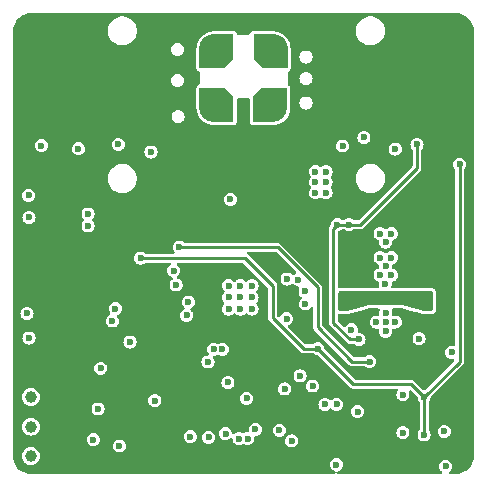
<source format=gbr>
%TF.GenerationSoftware,KiCad,Pcbnew,8.0.5*%
%TF.CreationDate,2025-03-05T14:18:00-05:00*%
%TF.ProjectId,minimax,6d696e69-6d61-4782-9e6b-696361645f70,rev?*%
%TF.SameCoordinates,Original*%
%TF.FileFunction,Copper,L3,Inr*%
%TF.FilePolarity,Positive*%
%FSLAX46Y46*%
G04 Gerber Fmt 4.6, Leading zero omitted, Abs format (unit mm)*
G04 Created by KiCad (PCBNEW 8.0.5) date 2025-03-05 14:18:00*
%MOMM*%
%LPD*%
G01*
G04 APERTURE LIST*
G04 Aperture macros list*
%AMFreePoly0*
4,1,25,1.707678,1.177678,1.715000,1.160000,1.715000,-0.940000,1.707678,-0.957678,0.957678,-1.707678,0.940000,-1.715000,-1.160000,-1.715000,-1.177678,-1.707678,-1.185000,-1.690000,-1.185000,0.000000,-1.177678,0.017678,-1.156389,0.038966,-1.140249,0.213149,-1.081668,0.419040,-0.986252,0.610661,-0.857250,0.781487,-0.699056,0.925700,-0.517056,1.038389,-0.317449,1.115718,-0.107031,1.155052,
-0.040304,1.155052,-0.017678,1.177678,0.000000,1.185000,1.690000,1.185000,1.707678,1.177678,1.707678,1.177678,$1*%
%AMFreePoly1*
4,1,25,0.017678,1.177678,0.040304,1.155052,0.107031,1.155052,0.317449,1.115718,0.517056,1.038389,0.699056,0.925700,0.857250,0.781487,0.986252,0.610661,1.081668,0.419040,1.140249,0.213149,1.156389,0.038966,1.177678,0.017678,1.185000,0.000000,1.185000,-1.690000,1.177678,-1.707678,1.160000,-1.715000,-0.940000,-1.715000,-0.957678,-1.707678,-1.707678,-0.957678,-1.715000,-0.940000,
-1.715000,1.160000,-1.707678,1.177678,-1.690000,1.185000,0.000000,1.185000,0.017678,1.177678,0.017678,1.177678,$1*%
%AMFreePoly2*
4,1,25,1.177678,1.707678,1.185000,1.690000,1.185000,0.000000,1.177678,-0.017678,1.156389,-0.038966,1.140249,-0.213149,1.081668,-0.419040,0.986252,-0.610661,0.857250,-0.781487,0.699056,-0.925700,0.517056,-1.038389,0.317449,-1.115718,0.107031,-1.155052,0.040304,-1.155052,0.017678,-1.177678,0.000000,-1.185000,-1.690000,-1.185000,-1.707678,-1.177678,-1.715000,-1.160000,-1.715000,0.940000,
-1.707678,0.957678,-0.957678,1.707678,-0.940000,1.715000,1.160000,1.715000,1.177678,1.707678,1.177678,1.707678,$1*%
G04 Aperture macros list end*
%TA.AperFunction,ComponentPad*%
%ADD10C,1.000000*%
%TD*%
%TA.AperFunction,ComponentPad*%
%ADD11FreePoly0,180.000000*%
%TD*%
%TA.AperFunction,ComponentPad*%
%ADD12FreePoly1,180.000000*%
%TD*%
%TA.AperFunction,ComponentPad*%
%ADD13FreePoly2,90.000000*%
%TD*%
%TA.AperFunction,ComponentPad*%
%ADD14FreePoly2,180.000000*%
%TD*%
%TA.AperFunction,ViaPad*%
%ADD15C,0.600000*%
%TD*%
%TA.AperFunction,Conductor*%
%ADD16C,0.254000*%
%TD*%
G04 APERTURE END LIST*
D10*
%TO.N,Net-(U1-MFP8)*%
%TO.C,TP1*%
X-18000000Y-38000000D03*
%TD*%
%TO.N,Net-(U1-MFP7)*%
%TO.C,TP2*%
X-18000000Y-35500000D03*
%TD*%
D11*
%TO.N,GND*%
%TO.C,J2*%
X2540000Y-8540000D03*
D12*
X-2540000Y-8540000D03*
D13*
X2550000Y-3450000D03*
D14*
X-2540000Y-3460000D03*
%TD*%
D10*
%TO.N,Net-(U1-MFP6)*%
%TO.C,TP3*%
X-18000000Y-33000000D03*
%TD*%
D15*
%TO.N,VDDIO*%
X6300000Y-28900000D03*
X15300000Y-36200000D03*
X15300000Y-33000000D03*
X-8700000Y-21225000D03*
X18300000Y-13300000D03*
%TO.N,+3V3*%
X18400000Y-11500000D03*
X-16587500Y-16525000D03*
X16146447Y-18400000D03*
X12546447Y-29350000D03*
X5200000Y-35750000D03*
X-16450000Y-26600000D03*
X11546447Y-29350000D03*
X-14800000Y-10600000D03*
X12500000Y-10600000D03*
X-8400000Y-10500000D03*
X15171447Y-18400000D03*
%TO.N,MFP1_CFG0*%
X13500000Y-36000000D03*
X5250000Y-25100000D03*
%TO.N,MFP2_CFG1*%
X5225000Y-24050000D03*
X13500000Y-32800000D03*
%TO.N,/camera/MIPI.CSI_D2_N*%
X-364760Y-36520000D03*
X-2514770Y-28940000D03*
%TO.N,GND*%
X-261100Y-23550000D03*
X-12075000Y-30550000D03*
X-13975000Y-11975000D03*
X-2950000Y-36400000D03*
X12521447Y-22650000D03*
X-1100000Y-16250000D03*
X12046447Y-26650000D03*
X-12700000Y-36600000D03*
X7875000Y-38725000D03*
X12521447Y-19150000D03*
X-1248714Y-25537614D03*
X4100000Y-36700000D03*
X-7825000Y-12250000D03*
X738900Y-23550000D03*
X-10500000Y-37125000D03*
X8400000Y-11725000D03*
X12046447Y-19875000D03*
X738900Y-24550000D03*
X-9602121Y-28337024D03*
X-1310000Y-31760000D03*
X12850000Y-26650000D03*
X17000000Y-35900000D03*
X-18175000Y-15925000D03*
X-1500000Y-36100000D03*
X12050000Y-25850000D03*
X-1261100Y-24550000D03*
X-261100Y-24550000D03*
X11571447Y-21200000D03*
X12521447Y-21200000D03*
X12021447Y-23400000D03*
X-261100Y-25550000D03*
X-18150000Y-17775000D03*
X-18325000Y-25900000D03*
X17125000Y-38850000D03*
X1020000Y-35720000D03*
X-7500000Y-33300000D03*
X11571447Y-19150000D03*
X12850000Y-12000000D03*
X-12300000Y-34000000D03*
X11571447Y-22650000D03*
X11250000Y-26650000D03*
X270000Y-33110000D03*
X12046447Y-21925000D03*
X738900Y-25550000D03*
X-3000000Y-30020000D03*
X-4500000Y-36350000D03*
X12050000Y-27425000D03*
X9675000Y-34225000D03*
X-1261100Y-23550000D03*
X14873224Y-28050000D03*
X-18150000Y-28000000D03*
%TO.N,/camera/MIPI.CSI_D2_P*%
X-1785230Y-28940000D03*
X364780Y-36520000D03*
%TO.N,/camera/MFP9_SDA*%
X5850000Y-32050000D03*
X-13150000Y-17500000D03*
X-10850000Y-25500000D03*
X4650000Y-23050000D03*
%TO.N,/camera/MFP10_SCL*%
X4800000Y-31200000D03*
X-13150000Y-18500000D03*
X3700000Y-23000000D03*
X-11100000Y-26550000D03*
%TO.N,/connector/V_POC*%
X8421447Y-25375000D03*
X8421447Y-24400000D03*
X6100000Y-15700000D03*
X15671447Y-24400000D03*
X6100000Y-13900000D03*
X15671447Y-25375000D03*
X7000000Y-14800000D03*
X6100000Y-14800000D03*
X7000000Y-15700000D03*
X7000000Y-13900000D03*
%TO.N,/camera/LED_EN*%
X3500000Y-32300000D03*
X-4675000Y-24950000D03*
%TO.N,/camera/POWER_EN*%
X3650000Y-26350000D03*
X3050000Y-35800000D03*
%TO.N,+1V2*%
X10696447Y-30000000D03*
X-5425000Y-20300000D03*
%TO.N,+1V8*%
X14700000Y-11600000D03*
X9796447Y-28100000D03*
X7946447Y-18400000D03*
X8946447Y-18400000D03*
%TO.N,Net-(U1-MFP8)*%
X7900000Y-33600000D03*
%TO.N,/gmsl/LOCK*%
X-5900000Y-22300000D03*
X-17100000Y-11700000D03*
%TO.N,/gmsl/ERRB*%
X-5700000Y-23500000D03*
X-10600000Y-11600000D03*
%TO.N,Net-(Q3-G)*%
X10200000Y-11000000D03*
X9146447Y-27300000D03*
X17623224Y-29200000D03*
%TO.N,Net-(U1-MFP7)*%
X6900000Y-33600000D03*
%TO.N,Net-(U1-MFP6)*%
X-4800000Y-26075000D03*
%TD*%
D16*
%TO.N,VDDIO*%
X6300000Y-28900000D02*
X9300000Y-31900000D01*
X5100000Y-28900000D02*
X6300000Y-28900000D01*
X2500000Y-23600000D02*
X2500000Y-26300000D01*
X18300000Y-30000000D02*
X15300000Y-33000000D01*
X9300000Y-31900000D02*
X14200000Y-31900000D01*
X125000Y-21225000D02*
X2500000Y-23600000D01*
X2500000Y-26300000D02*
X5100000Y-28900000D01*
X18300000Y-13300000D02*
X18300000Y-30000000D01*
X15300000Y-36200000D02*
X15300000Y-33000000D01*
X14200000Y-31900000D02*
X15300000Y-33000000D01*
X-8700000Y-21225000D02*
X125000Y-21225000D01*
%TO.N,+3V3*%
X16646447Y-18900000D02*
X16146447Y-18400000D01*
X16021447Y-26150000D02*
X16646447Y-25525000D01*
X14921447Y-26150000D02*
X16021447Y-26150000D01*
X16646447Y-25525000D02*
X16646447Y-18900000D01*
X12546447Y-29350000D02*
X12546447Y-28525000D01*
X12546447Y-28525000D02*
X14921447Y-26150000D01*
X15171447Y-18400000D02*
X16146447Y-18400000D01*
X16146447Y-18400000D02*
X16371447Y-18400000D01*
%TO.N,+1V2*%
X9200000Y-30000000D02*
X6300000Y-27100000D01*
X6300000Y-27100000D02*
X6300000Y-23700000D01*
X10696447Y-30000000D02*
X9200000Y-30000000D01*
X6300000Y-23700000D02*
X2900000Y-20300000D01*
X2900000Y-20300000D02*
X-5425000Y-20300000D01*
%TO.N,+1V8*%
X8946447Y-18400000D02*
X9900000Y-18400000D01*
X7596447Y-26696447D02*
X7596447Y-18750000D01*
X14700000Y-13600000D02*
X14700000Y-11600000D01*
X8946447Y-18400000D02*
X8971447Y-18400000D01*
X9000000Y-28100000D02*
X7596447Y-26696447D01*
X7946447Y-18400000D02*
X8946447Y-18400000D01*
X9900000Y-18400000D02*
X14700000Y-13600000D01*
X9796447Y-28100000D02*
X9000000Y-28100000D01*
X7596447Y-18750000D02*
X7946447Y-18400000D01*
%TD*%
%TA.AperFunction,Conductor*%
%TO.N,+3V3*%
G36*
X18004418Y-500816D02*
G01*
X18204561Y-515130D01*
X18222063Y-517647D01*
X18413797Y-559355D01*
X18430755Y-564334D01*
X18614609Y-632909D01*
X18630701Y-640259D01*
X18802904Y-734288D01*
X18817784Y-743849D01*
X18896432Y-802725D01*
X18974867Y-861441D01*
X18988237Y-873027D01*
X19126972Y-1011762D01*
X19138558Y-1025132D01*
X19256146Y-1182210D01*
X19265711Y-1197095D01*
X19359740Y-1369298D01*
X19367090Y-1385390D01*
X19435662Y-1569236D01*
X19440646Y-1586212D01*
X19482351Y-1777931D01*
X19484869Y-1795442D01*
X19499184Y-1995580D01*
X19499500Y-2004427D01*
X19499500Y-37995572D01*
X19499184Y-38004419D01*
X19484869Y-38204557D01*
X19482351Y-38222068D01*
X19440646Y-38413787D01*
X19435662Y-38430763D01*
X19367090Y-38614609D01*
X19359740Y-38630701D01*
X19265711Y-38802904D01*
X19256146Y-38817789D01*
X19138558Y-38974867D01*
X19126972Y-38988237D01*
X18988237Y-39126972D01*
X18974867Y-39138558D01*
X18817789Y-39256146D01*
X18802904Y-39265711D01*
X18630701Y-39359740D01*
X18614609Y-39367090D01*
X18430763Y-39435662D01*
X18413787Y-39440646D01*
X18222068Y-39482351D01*
X18204557Y-39484869D01*
X18035359Y-39496971D01*
X18004417Y-39499184D01*
X17995572Y-39499500D01*
X17548142Y-39499500D01*
X17481103Y-39479815D01*
X17435348Y-39427011D01*
X17425404Y-39357853D01*
X17454429Y-39294297D01*
X17472655Y-39277125D01*
X17478448Y-39272679D01*
X17517621Y-39242621D01*
X17605861Y-39127625D01*
X17661330Y-38993709D01*
X17680250Y-38850000D01*
X17661330Y-38706291D01*
X17609554Y-38581291D01*
X17605862Y-38572377D01*
X17605861Y-38572376D01*
X17605861Y-38572375D01*
X17517621Y-38457379D01*
X17402625Y-38369139D01*
X17402624Y-38369138D01*
X17402622Y-38369137D01*
X17268712Y-38313671D01*
X17268710Y-38313670D01*
X17268709Y-38313670D01*
X17196854Y-38304210D01*
X17125001Y-38294750D01*
X17124999Y-38294750D01*
X16981291Y-38313670D01*
X16981287Y-38313671D01*
X16847377Y-38369137D01*
X16732379Y-38457379D01*
X16644137Y-38572377D01*
X16588671Y-38706287D01*
X16588670Y-38706291D01*
X16569750Y-38849999D01*
X16569750Y-38850000D01*
X16588670Y-38993708D01*
X16588671Y-38993712D01*
X16644137Y-39127622D01*
X16644138Y-39127624D01*
X16644139Y-39127625D01*
X16732379Y-39242621D01*
X16762470Y-39265711D01*
X16777345Y-39277125D01*
X16818547Y-39333553D01*
X16822702Y-39403299D01*
X16788489Y-39464219D01*
X16726772Y-39496971D01*
X16701858Y-39499500D01*
X8067105Y-39499500D01*
X8000066Y-39479815D01*
X7954311Y-39427011D01*
X7944367Y-39357853D01*
X7973392Y-39294297D01*
X8019653Y-39260939D01*
X8063877Y-39242621D01*
X8152625Y-39205861D01*
X8267621Y-39117621D01*
X8355861Y-39002625D01*
X8411330Y-38868709D01*
X8430250Y-38725000D01*
X8411330Y-38581291D01*
X8355861Y-38447375D01*
X8267621Y-38332379D01*
X8152625Y-38244139D01*
X8152624Y-38244138D01*
X8152622Y-38244137D01*
X8018712Y-38188671D01*
X8018710Y-38188670D01*
X8018709Y-38188670D01*
X7946854Y-38179210D01*
X7875001Y-38169750D01*
X7874999Y-38169750D01*
X7731291Y-38188670D01*
X7731287Y-38188671D01*
X7597377Y-38244137D01*
X7482379Y-38332379D01*
X7394137Y-38447377D01*
X7338671Y-38581287D01*
X7338670Y-38581291D01*
X7334284Y-38614609D01*
X7319750Y-38725000D01*
X7330006Y-38802904D01*
X7338670Y-38868708D01*
X7338671Y-38868712D01*
X7394137Y-39002622D01*
X7394138Y-39002624D01*
X7394139Y-39002625D01*
X7482379Y-39117621D01*
X7597375Y-39205861D01*
X7597376Y-39205861D01*
X7597377Y-39205862D01*
X7730347Y-39260939D01*
X7784751Y-39304779D01*
X7806816Y-39371073D01*
X7789537Y-39438773D01*
X7738400Y-39486384D01*
X7682895Y-39499500D01*
X-17995572Y-39499500D01*
X-18004418Y-39499184D01*
X-18035359Y-39496971D01*
X-18204558Y-39484869D01*
X-18222069Y-39482351D01*
X-18413788Y-39440646D01*
X-18430764Y-39435662D01*
X-18614610Y-39367090D01*
X-18630702Y-39359740D01*
X-18802905Y-39265711D01*
X-18817790Y-39256146D01*
X-18835856Y-39242622D01*
X-18974868Y-39138558D01*
X-18988238Y-39126972D01*
X-19126973Y-38988237D01*
X-19138559Y-38974867D01*
X-19232034Y-38850000D01*
X-19256151Y-38817784D01*
X-19265712Y-38802904D01*
X-19359741Y-38630701D01*
X-19367091Y-38614609D01*
X-19420698Y-38470884D01*
X-19435666Y-38430755D01*
X-19440645Y-38413797D01*
X-19482353Y-38222063D01*
X-19484870Y-38204556D01*
X-19487481Y-38168056D01*
X-19499184Y-38004418D01*
X-19499342Y-37999997D01*
X-18755249Y-37999997D01*
X-18755249Y-38000002D01*
X-18736315Y-38168056D01*
X-18680455Y-38327694D01*
X-18680453Y-38327697D01*
X-18590482Y-38470884D01*
X-18590477Y-38470890D01*
X-18470891Y-38590476D01*
X-18470885Y-38590481D01*
X-18327698Y-38680452D01*
X-18327695Y-38680454D01*
X-18327691Y-38680455D01*
X-18327690Y-38680456D01*
X-18255087Y-38705860D01*
X-18168057Y-38736314D01*
X-18000003Y-38755249D01*
X-18000000Y-38755249D01*
X-17999997Y-38755249D01*
X-17831944Y-38736314D01*
X-17831941Y-38736313D01*
X-17672310Y-38680456D01*
X-17672308Y-38680454D01*
X-17672306Y-38680454D01*
X-17672303Y-38680452D01*
X-17529116Y-38590481D01*
X-17529115Y-38590480D01*
X-17529110Y-38590477D01*
X-17409523Y-38470890D01*
X-17397371Y-38451551D01*
X-17319548Y-38327697D01*
X-17319546Y-38327694D01*
X-17319546Y-38327692D01*
X-17319544Y-38327690D01*
X-17263687Y-38168059D01*
X-17263687Y-38168058D01*
X-17263686Y-38168056D01*
X-17244751Y-38000002D01*
X-17244751Y-37999997D01*
X-17263686Y-37831943D01*
X-17319546Y-37672305D01*
X-17319548Y-37672302D01*
X-17409519Y-37529115D01*
X-17409524Y-37529109D01*
X-17529110Y-37409523D01*
X-17529116Y-37409518D01*
X-17672303Y-37319547D01*
X-17672306Y-37319545D01*
X-17831944Y-37263685D01*
X-17999997Y-37244751D01*
X-18000003Y-37244751D01*
X-18168057Y-37263685D01*
X-18327695Y-37319545D01*
X-18327698Y-37319547D01*
X-18470885Y-37409518D01*
X-18470891Y-37409523D01*
X-18590477Y-37529109D01*
X-18590482Y-37529115D01*
X-18680453Y-37672302D01*
X-18680455Y-37672305D01*
X-18736315Y-37831943D01*
X-18755249Y-37999997D01*
X-19499342Y-37999997D01*
X-19499500Y-37995572D01*
X-19499500Y-36600000D01*
X-13255250Y-36600000D01*
X-13237302Y-36736329D01*
X-13236330Y-36743708D01*
X-13236329Y-36743712D01*
X-13180863Y-36877622D01*
X-13180862Y-36877624D01*
X-13180861Y-36877625D01*
X-13092621Y-36992621D01*
X-12977625Y-37080861D01*
X-12977624Y-37080861D01*
X-12977623Y-37080862D01*
X-12932987Y-37099350D01*
X-12843709Y-37136330D01*
X-12716720Y-37153048D01*
X-12700001Y-37155250D01*
X-12700000Y-37155250D01*
X-12699999Y-37155250D01*
X-12685023Y-37153278D01*
X-12556291Y-37136330D01*
X-12528935Y-37124999D01*
X-11055250Y-37124999D01*
X-11055250Y-37125000D01*
X-11036330Y-37268708D01*
X-11036329Y-37268712D01*
X-10980863Y-37402622D01*
X-10980862Y-37402624D01*
X-10980861Y-37402625D01*
X-10892621Y-37517621D01*
X-10777625Y-37605861D01*
X-10643709Y-37661330D01*
X-10516720Y-37678048D01*
X-10500001Y-37680250D01*
X-10500000Y-37680250D01*
X-10499999Y-37680250D01*
X-10485023Y-37678278D01*
X-10356291Y-37661330D01*
X-10222375Y-37605861D01*
X-10107379Y-37517621D01*
X-10019139Y-37402625D01*
X-9963670Y-37268709D01*
X-9944750Y-37125000D01*
X-9963670Y-36981291D01*
X-10019139Y-36847375D01*
X-10107379Y-36732379D01*
X-10222375Y-36644139D01*
X-10222376Y-36644138D01*
X-10222378Y-36644137D01*
X-10356288Y-36588671D01*
X-10356290Y-36588670D01*
X-10356291Y-36588670D01*
X-10441240Y-36577486D01*
X-10499999Y-36569750D01*
X-10500001Y-36569750D01*
X-10643709Y-36588670D01*
X-10643713Y-36588671D01*
X-10777623Y-36644137D01*
X-10892621Y-36732379D01*
X-10980863Y-36847377D01*
X-11036329Y-36981287D01*
X-11036330Y-36981291D01*
X-11055250Y-37124999D01*
X-12528935Y-37124999D01*
X-12422375Y-37080861D01*
X-12307379Y-36992621D01*
X-12219139Y-36877625D01*
X-12163670Y-36743709D01*
X-12144750Y-36600000D01*
X-12146242Y-36588671D01*
X-12152161Y-36543708D01*
X-12163670Y-36456291D01*
X-12205522Y-36355250D01*
X-12207697Y-36350000D01*
X-5055250Y-36350000D01*
X-5038022Y-36480861D01*
X-5036330Y-36493708D01*
X-5036329Y-36493712D01*
X-4980863Y-36627622D01*
X-4980862Y-36627624D01*
X-4980861Y-36627625D01*
X-4892621Y-36742621D01*
X-4777625Y-36830861D01*
X-4777624Y-36830861D01*
X-4777623Y-36830862D01*
X-4737756Y-36847375D01*
X-4643709Y-36886330D01*
X-4516720Y-36903048D01*
X-4500001Y-36905250D01*
X-4500000Y-36905250D01*
X-4499999Y-36905250D01*
X-4485023Y-36903278D01*
X-4356291Y-36886330D01*
X-4222375Y-36830861D01*
X-4107379Y-36742621D01*
X-4019139Y-36627625D01*
X-3963670Y-36493709D01*
X-3951333Y-36400000D01*
X-3505250Y-36400000D01*
X-3487302Y-36536329D01*
X-3486330Y-36543708D01*
X-3486329Y-36543712D01*
X-3430863Y-36677622D01*
X-3430862Y-36677624D01*
X-3430861Y-36677625D01*
X-3342621Y-36792621D01*
X-3227625Y-36880861D01*
X-3227624Y-36880861D01*
X-3227623Y-36880862D01*
X-3182987Y-36899350D01*
X-3093709Y-36936330D01*
X-2966720Y-36953048D01*
X-2950001Y-36955250D01*
X-2950000Y-36955250D01*
X-2949999Y-36955250D01*
X-2935023Y-36953278D01*
X-2806291Y-36936330D01*
X-2672375Y-36880861D01*
X-2557379Y-36792621D01*
X-2469139Y-36677625D01*
X-2413670Y-36543709D01*
X-2394750Y-36400000D01*
X-2413670Y-36256291D01*
X-2469139Y-36122375D01*
X-2486308Y-36100000D01*
X-2055250Y-36100000D01*
X-2036506Y-36242375D01*
X-2036330Y-36243708D01*
X-2036329Y-36243712D01*
X-1980863Y-36377622D01*
X-1980862Y-36377624D01*
X-1980861Y-36377625D01*
X-1892621Y-36492621D01*
X-1777625Y-36580861D01*
X-1777624Y-36580861D01*
X-1777623Y-36580862D01*
X-1732987Y-36599350D01*
X-1643709Y-36636330D01*
X-1516720Y-36653048D01*
X-1500001Y-36655250D01*
X-1500000Y-36655250D01*
X-1499999Y-36655250D01*
X-1485023Y-36653278D01*
X-1356291Y-36636330D01*
X-1222375Y-36580861D01*
X-1110865Y-36495295D01*
X-1045700Y-36470102D01*
X-977255Y-36484140D01*
X-927264Y-36532953D01*
X-912442Y-36577486D01*
X-910969Y-36588670D01*
X-902204Y-36655250D01*
X-901090Y-36663707D01*
X-901089Y-36663712D01*
X-845623Y-36797622D01*
X-845622Y-36797624D01*
X-845621Y-36797625D01*
X-757381Y-36912621D01*
X-642385Y-37000861D01*
X-508469Y-37056330D01*
X-381480Y-37073048D01*
X-364761Y-37075250D01*
X-364760Y-37075250D01*
X-364759Y-37075250D01*
X-349783Y-37073278D01*
X-221051Y-37056330D01*
X-87135Y-37000861D01*
X-75477Y-36991915D01*
X-10311Y-36966720D01*
X58135Y-36980757D01*
X75492Y-36991911D01*
X87155Y-37000861D01*
X221071Y-37056330D01*
X348060Y-37073048D01*
X364779Y-37075250D01*
X364780Y-37075250D01*
X364781Y-37075250D01*
X379757Y-37073278D01*
X508489Y-37056330D01*
X642405Y-37000861D01*
X757401Y-36912621D01*
X845641Y-36797625D01*
X886078Y-36700000D01*
X3544750Y-36700000D01*
X3561978Y-36830861D01*
X3563670Y-36843708D01*
X3563671Y-36843712D01*
X3619137Y-36977622D01*
X3619138Y-36977624D01*
X3619139Y-36977625D01*
X3707379Y-37092621D01*
X3822375Y-37180861D01*
X3956291Y-37236330D01*
X4083280Y-37253048D01*
X4099999Y-37255250D01*
X4100000Y-37255250D01*
X4100001Y-37255250D01*
X4114977Y-37253278D01*
X4243709Y-37236330D01*
X4377625Y-37180861D01*
X4492621Y-37092621D01*
X4580861Y-36977625D01*
X4636330Y-36843709D01*
X4655250Y-36700000D01*
X4636330Y-36556291D01*
X4586641Y-36436329D01*
X4580862Y-36422377D01*
X4580861Y-36422376D01*
X4580861Y-36422375D01*
X4492621Y-36307379D01*
X4377625Y-36219139D01*
X4377624Y-36219138D01*
X4377622Y-36219137D01*
X4243712Y-36163671D01*
X4243710Y-36163670D01*
X4243709Y-36163670D01*
X4139095Y-36149897D01*
X4100001Y-36144750D01*
X4099999Y-36144750D01*
X3956291Y-36163670D01*
X3956287Y-36163671D01*
X3822377Y-36219137D01*
X3707379Y-36307379D01*
X3619137Y-36422377D01*
X3563671Y-36556287D01*
X3563670Y-36556291D01*
X3547270Y-36680862D01*
X3544750Y-36700000D01*
X886078Y-36700000D01*
X901110Y-36663709D01*
X920030Y-36520000D01*
X906245Y-36415295D01*
X917010Y-36346261D01*
X963390Y-36294005D01*
X1012999Y-36276171D01*
X1019997Y-36275249D01*
X1020000Y-36275250D01*
X1163709Y-36256330D01*
X1297625Y-36200861D01*
X1412621Y-36112621D01*
X1500861Y-35997625D01*
X1556330Y-35863709D01*
X1564718Y-35800000D01*
X2494750Y-35800000D01*
X2510861Y-35922376D01*
X2513670Y-35943708D01*
X2513671Y-35943712D01*
X2569137Y-36077622D01*
X2569138Y-36077624D01*
X2569139Y-36077625D01*
X2657379Y-36192621D01*
X2772375Y-36280861D01*
X2772376Y-36280861D01*
X2772377Y-36280862D01*
X2804108Y-36294005D01*
X2906291Y-36336330D01*
X3033280Y-36353048D01*
X3049999Y-36355250D01*
X3050000Y-36355250D01*
X3050001Y-36355250D01*
X3064977Y-36353278D01*
X3193709Y-36336330D01*
X3327625Y-36280861D01*
X3442621Y-36192621D01*
X3530861Y-36077625D01*
X3563014Y-36000000D01*
X12944750Y-36000000D01*
X12958706Y-36106008D01*
X12963670Y-36143708D01*
X12963671Y-36143712D01*
X13019137Y-36277622D01*
X13019138Y-36277624D01*
X13019139Y-36277625D01*
X13107379Y-36392621D01*
X13222375Y-36480861D01*
X13222376Y-36480861D01*
X13222377Y-36480862D01*
X13257227Y-36495297D01*
X13356291Y-36536330D01*
X13483280Y-36553048D01*
X13499999Y-36555250D01*
X13500000Y-36555250D01*
X13500001Y-36555250D01*
X13514977Y-36553278D01*
X13643709Y-36536330D01*
X13777625Y-36480861D01*
X13892621Y-36392621D01*
X13980861Y-36277625D01*
X14036330Y-36143709D01*
X14055250Y-36000000D01*
X14036330Y-35856291D01*
X13980861Y-35722375D01*
X13892621Y-35607379D01*
X13777625Y-35519139D01*
X13777624Y-35519138D01*
X13777622Y-35519137D01*
X13643712Y-35463671D01*
X13643710Y-35463670D01*
X13643709Y-35463670D01*
X13571854Y-35454210D01*
X13500001Y-35444750D01*
X13499999Y-35444750D01*
X13356291Y-35463670D01*
X13356287Y-35463671D01*
X13222377Y-35519137D01*
X13107379Y-35607379D01*
X13019137Y-35722377D01*
X12963671Y-35856287D01*
X12963670Y-35856291D01*
X12950505Y-35956291D01*
X12944750Y-36000000D01*
X3563014Y-36000000D01*
X3586330Y-35943709D01*
X3605250Y-35800000D01*
X3586330Y-35656291D01*
X3530861Y-35522375D01*
X3442621Y-35407379D01*
X3327625Y-35319139D01*
X3327624Y-35319138D01*
X3327622Y-35319137D01*
X3193712Y-35263671D01*
X3193710Y-35263670D01*
X3193709Y-35263670D01*
X3121854Y-35254210D01*
X3050001Y-35244750D01*
X3049999Y-35244750D01*
X2906291Y-35263670D01*
X2906287Y-35263671D01*
X2772377Y-35319137D01*
X2657379Y-35407379D01*
X2569137Y-35522377D01*
X2513671Y-35656287D01*
X2513670Y-35656291D01*
X2500505Y-35756291D01*
X2494750Y-35800000D01*
X1564718Y-35800000D01*
X1575250Y-35720000D01*
X1556330Y-35576291D01*
X1500861Y-35442375D01*
X1412621Y-35327379D01*
X1297625Y-35239139D01*
X1297624Y-35239138D01*
X1297622Y-35239137D01*
X1163712Y-35183671D01*
X1163710Y-35183670D01*
X1163709Y-35183670D01*
X1077362Y-35172302D01*
X1020001Y-35164750D01*
X1019999Y-35164750D01*
X876291Y-35183670D01*
X876287Y-35183671D01*
X742377Y-35239137D01*
X627379Y-35327379D01*
X539137Y-35442377D01*
X483671Y-35576287D01*
X483670Y-35576291D01*
X464750Y-35719999D01*
X464750Y-35720002D01*
X478534Y-35824704D01*
X467768Y-35893739D01*
X421388Y-35945995D01*
X371781Y-35963828D01*
X268835Y-35977381D01*
X221071Y-35983670D01*
X221070Y-35983670D01*
X221067Y-35983671D01*
X87156Y-36039138D01*
X87154Y-36039139D01*
X75496Y-36048085D01*
X10326Y-36073279D01*
X-58118Y-36059240D01*
X-75476Y-36048085D01*
X-87135Y-36039139D01*
X-87137Y-36039138D01*
X-221048Y-35983671D01*
X-221050Y-35983670D01*
X-221051Y-35983670D01*
X-318123Y-35970890D01*
X-364759Y-35964750D01*
X-364761Y-35964750D01*
X-508469Y-35983670D01*
X-508473Y-35983671D01*
X-642383Y-36039137D01*
X-686877Y-36073279D01*
X-753895Y-36124703D01*
X-819063Y-36149897D01*
X-887507Y-36135859D01*
X-937497Y-36087045D01*
X-952319Y-36042512D01*
X-957916Y-36000000D01*
X-963670Y-35956291D01*
X-1009871Y-35844750D01*
X-1019138Y-35822377D01*
X-1019139Y-35822376D01*
X-1019139Y-35822375D01*
X-1107379Y-35707379D01*
X-1222375Y-35619139D01*
X-1222376Y-35619138D01*
X-1222378Y-35619137D01*
X-1356288Y-35563671D01*
X-1356290Y-35563670D01*
X-1356291Y-35563670D01*
X-1428146Y-35554210D01*
X-1499999Y-35544750D01*
X-1500001Y-35544750D01*
X-1643709Y-35563670D01*
X-1643713Y-35563671D01*
X-1777623Y-35619137D01*
X-1892621Y-35707379D01*
X-1980863Y-35822377D01*
X-2036329Y-35956287D01*
X-2036330Y-35956291D01*
X-2053544Y-36087045D01*
X-2055250Y-36100000D01*
X-2486308Y-36100000D01*
X-2557379Y-36007379D01*
X-2672375Y-35919139D01*
X-2672376Y-35919138D01*
X-2672378Y-35919137D01*
X-2806288Y-35863671D01*
X-2806290Y-35863670D01*
X-2806291Y-35863670D01*
X-2878146Y-35854210D01*
X-2949999Y-35844750D01*
X-2950001Y-35844750D01*
X-3093709Y-35863670D01*
X-3093713Y-35863671D01*
X-3227623Y-35919137D01*
X-3342621Y-36007379D01*
X-3430863Y-36122377D01*
X-3486329Y-36256287D01*
X-3486330Y-36256291D01*
X-3504278Y-36392620D01*
X-3505250Y-36400000D01*
X-3951333Y-36400000D01*
X-3944750Y-36350000D01*
X-3963670Y-36206291D01*
X-4005208Y-36106008D01*
X-4019138Y-36072377D01*
X-4019139Y-36072376D01*
X-4019139Y-36072375D01*
X-4107379Y-35957379D01*
X-4222375Y-35869139D01*
X-4222376Y-35869138D01*
X-4222378Y-35869137D01*
X-4356288Y-35813671D01*
X-4356290Y-35813670D01*
X-4356291Y-35813670D01*
X-4460123Y-35800000D01*
X-4499999Y-35794750D01*
X-4500001Y-35794750D01*
X-4643709Y-35813670D01*
X-4643713Y-35813671D01*
X-4777623Y-35869137D01*
X-4892621Y-35957379D01*
X-4980863Y-36072377D01*
X-5036329Y-36206287D01*
X-5036330Y-36206291D01*
X-5045721Y-36277625D01*
X-5055250Y-36350000D01*
X-12207697Y-36350000D01*
X-12219138Y-36322377D01*
X-12219139Y-36322376D01*
X-12219139Y-36322375D01*
X-12307379Y-36207379D01*
X-12422375Y-36119139D01*
X-12422376Y-36119138D01*
X-12422378Y-36119137D01*
X-12556288Y-36063671D01*
X-12556290Y-36063670D01*
X-12556291Y-36063670D01*
X-12628146Y-36054210D01*
X-12699999Y-36044750D01*
X-12700001Y-36044750D01*
X-12843709Y-36063670D01*
X-12843713Y-36063671D01*
X-12977623Y-36119137D01*
X-13092621Y-36207379D01*
X-13180863Y-36322377D01*
X-13236329Y-36456287D01*
X-13236330Y-36456291D01*
X-13254278Y-36592620D01*
X-13255250Y-36600000D01*
X-19499500Y-36600000D01*
X-19499500Y-35499997D01*
X-18755249Y-35499997D01*
X-18755249Y-35500002D01*
X-18736315Y-35668056D01*
X-18680455Y-35827694D01*
X-18680453Y-35827697D01*
X-18590482Y-35970884D01*
X-18590477Y-35970890D01*
X-18470891Y-36090476D01*
X-18470885Y-36090481D01*
X-18327698Y-36180452D01*
X-18327695Y-36180454D01*
X-18327691Y-36180455D01*
X-18327690Y-36180456D01*
X-18269373Y-36200862D01*
X-18168057Y-36236314D01*
X-18000003Y-36255249D01*
X-18000000Y-36255249D01*
X-17999997Y-36255249D01*
X-17831944Y-36236314D01*
X-17831941Y-36236313D01*
X-17672310Y-36180456D01*
X-17672308Y-36180454D01*
X-17672306Y-36180454D01*
X-17672303Y-36180452D01*
X-17529116Y-36090481D01*
X-17529115Y-36090480D01*
X-17529110Y-36090477D01*
X-17409523Y-35970890D01*
X-17405665Y-35964750D01*
X-17319548Y-35827697D01*
X-17319546Y-35827694D01*
X-17319546Y-35827692D01*
X-17319544Y-35827690D01*
X-17263687Y-35668059D01*
X-17263687Y-35668058D01*
X-17263686Y-35668056D01*
X-17244751Y-35500002D01*
X-17244751Y-35499997D01*
X-17263686Y-35331943D01*
X-17319546Y-35172305D01*
X-17319548Y-35172302D01*
X-17409519Y-35029115D01*
X-17409524Y-35029109D01*
X-17529110Y-34909523D01*
X-17529116Y-34909518D01*
X-17672303Y-34819547D01*
X-17672306Y-34819545D01*
X-17831944Y-34763685D01*
X-17999997Y-34744751D01*
X-18000003Y-34744751D01*
X-18168057Y-34763685D01*
X-18327695Y-34819545D01*
X-18327698Y-34819547D01*
X-18470885Y-34909518D01*
X-18470891Y-34909523D01*
X-18590477Y-35029109D01*
X-18590482Y-35029115D01*
X-18680453Y-35172302D01*
X-18680455Y-35172305D01*
X-18736315Y-35331943D01*
X-18755249Y-35499997D01*
X-19499500Y-35499997D01*
X-19499500Y-34000000D01*
X-12855250Y-34000000D01*
X-12837302Y-34136329D01*
X-12836330Y-34143708D01*
X-12836329Y-34143712D01*
X-12780863Y-34277622D01*
X-12780862Y-34277624D01*
X-12780861Y-34277625D01*
X-12692621Y-34392621D01*
X-12577625Y-34480861D01*
X-12443709Y-34536330D01*
X-12316720Y-34553048D01*
X-12300001Y-34555250D01*
X-12300000Y-34555250D01*
X-12299999Y-34555250D01*
X-12285023Y-34553278D01*
X-12156291Y-34536330D01*
X-12022375Y-34480861D01*
X-11907379Y-34392621D01*
X-11819139Y-34277625D01*
X-11797341Y-34224999D01*
X9119750Y-34224999D01*
X9119750Y-34225000D01*
X9138670Y-34368708D01*
X9138671Y-34368712D01*
X9194137Y-34502622D01*
X9194138Y-34502624D01*
X9194139Y-34502625D01*
X9282379Y-34617621D01*
X9397375Y-34705861D01*
X9531291Y-34761330D01*
X9658280Y-34778048D01*
X9674999Y-34780250D01*
X9675000Y-34780250D01*
X9675001Y-34780250D01*
X9689977Y-34778278D01*
X9818709Y-34761330D01*
X9952625Y-34705861D01*
X10067621Y-34617621D01*
X10155861Y-34502625D01*
X10211330Y-34368709D01*
X10230250Y-34225000D01*
X10211330Y-34081291D01*
X10155861Y-33947375D01*
X10067621Y-33832379D01*
X9952625Y-33744139D01*
X9952624Y-33744138D01*
X9952622Y-33744137D01*
X9818712Y-33688671D01*
X9818710Y-33688670D01*
X9818709Y-33688670D01*
X9746854Y-33679210D01*
X9675001Y-33669750D01*
X9674999Y-33669750D01*
X9531291Y-33688670D01*
X9531287Y-33688671D01*
X9397377Y-33744137D01*
X9282379Y-33832379D01*
X9194137Y-33947377D01*
X9138671Y-34081287D01*
X9138670Y-34081291D01*
X9119750Y-34224999D01*
X-11797341Y-34224999D01*
X-11763670Y-34143709D01*
X-11744750Y-34000000D01*
X-11763670Y-33856291D01*
X-11819139Y-33722375D01*
X-11907379Y-33607379D01*
X-12022375Y-33519139D01*
X-12022376Y-33519138D01*
X-12022378Y-33519137D01*
X-12156288Y-33463671D01*
X-12156290Y-33463670D01*
X-12156291Y-33463670D01*
X-12228146Y-33454210D01*
X-12299999Y-33444750D01*
X-12300001Y-33444750D01*
X-12443709Y-33463670D01*
X-12443713Y-33463671D01*
X-12577623Y-33519137D01*
X-12692621Y-33607379D01*
X-12780863Y-33722377D01*
X-12836329Y-33856287D01*
X-12836330Y-33856291D01*
X-12854278Y-33992620D01*
X-12855250Y-34000000D01*
X-19499500Y-34000000D01*
X-19499500Y-32999997D01*
X-18755249Y-32999997D01*
X-18755249Y-33000002D01*
X-18736315Y-33168056D01*
X-18680455Y-33327694D01*
X-18680453Y-33327697D01*
X-18590482Y-33470884D01*
X-18590477Y-33470890D01*
X-18470891Y-33590476D01*
X-18470885Y-33590481D01*
X-18327698Y-33680452D01*
X-18327695Y-33680454D01*
X-18327691Y-33680455D01*
X-18327690Y-33680456D01*
X-18292927Y-33692620D01*
X-18168057Y-33736314D01*
X-18000003Y-33755249D01*
X-18000000Y-33755249D01*
X-17999997Y-33755249D01*
X-17831944Y-33736314D01*
X-17831941Y-33736313D01*
X-17672310Y-33680456D01*
X-17672308Y-33680454D01*
X-17672306Y-33680454D01*
X-17672303Y-33680452D01*
X-17529116Y-33590481D01*
X-17529115Y-33590480D01*
X-17529110Y-33590477D01*
X-17409523Y-33470890D01*
X-17393098Y-33444750D01*
X-17319548Y-33327697D01*
X-17319546Y-33327694D01*
X-17319546Y-33327692D01*
X-17319544Y-33327690D01*
X-17309855Y-33300000D01*
X-8055250Y-33300000D01*
X-8041529Y-33404223D01*
X-8036330Y-33443708D01*
X-8036329Y-33443712D01*
X-7980863Y-33577622D01*
X-7980862Y-33577624D01*
X-7980861Y-33577625D01*
X-7892621Y-33692621D01*
X-7777625Y-33780861D01*
X-7643709Y-33836330D01*
X-7516720Y-33853048D01*
X-7500001Y-33855250D01*
X-7500000Y-33855250D01*
X-7499999Y-33855250D01*
X-7485023Y-33853278D01*
X-7356291Y-33836330D01*
X-7222375Y-33780861D01*
X-7107379Y-33692621D01*
X-7019139Y-33577625D01*
X-6963670Y-33443709D01*
X-6944750Y-33300000D01*
X-6963670Y-33156291D01*
X-6982844Y-33110000D01*
X-285250Y-33110000D01*
X-269418Y-33230257D01*
X-266330Y-33253708D01*
X-266329Y-33253712D01*
X-210863Y-33387622D01*
X-210862Y-33387624D01*
X-210861Y-33387625D01*
X-122621Y-33502621D01*
X-7625Y-33590861D01*
X126291Y-33646330D01*
X253280Y-33663048D01*
X269999Y-33665250D01*
X270000Y-33665250D01*
X270001Y-33665250D01*
X284977Y-33663278D01*
X413709Y-33646330D01*
X525561Y-33600000D01*
X6344750Y-33600000D01*
X6362696Y-33736314D01*
X6363670Y-33743708D01*
X6363671Y-33743712D01*
X6419137Y-33877622D01*
X6419138Y-33877624D01*
X6419139Y-33877625D01*
X6507379Y-33992621D01*
X6622375Y-34080861D01*
X6756291Y-34136330D01*
X6883280Y-34153048D01*
X6899999Y-34155250D01*
X6900000Y-34155250D01*
X6900001Y-34155250D01*
X6914977Y-34153278D01*
X7043709Y-34136330D01*
X7177625Y-34080861D01*
X7292621Y-33992621D01*
X7301625Y-33980886D01*
X7358050Y-33939685D01*
X7427796Y-33935529D01*
X7488717Y-33969740D01*
X7498367Y-33980876D01*
X7507379Y-33992621D01*
X7622375Y-34080861D01*
X7756291Y-34136330D01*
X7883280Y-34153048D01*
X7899999Y-34155250D01*
X7900000Y-34155250D01*
X7900001Y-34155250D01*
X7914977Y-34153278D01*
X8043709Y-34136330D01*
X8177625Y-34080861D01*
X8292621Y-33992621D01*
X8380861Y-33877625D01*
X8436330Y-33743709D01*
X8455250Y-33600000D01*
X8436330Y-33456291D01*
X8386641Y-33336329D01*
X8380862Y-33322377D01*
X8380861Y-33322376D01*
X8380861Y-33322375D01*
X8292621Y-33207379D01*
X8177625Y-33119139D01*
X8177624Y-33119138D01*
X8177622Y-33119137D01*
X8043712Y-33063671D01*
X8043710Y-33063670D01*
X8043709Y-33063670D01*
X7971854Y-33054210D01*
X7900001Y-33044750D01*
X7899999Y-33044750D01*
X7756291Y-33063670D01*
X7756287Y-33063671D01*
X7622377Y-33119137D01*
X7590355Y-33143709D01*
X7507379Y-33207379D01*
X7507378Y-33207380D01*
X7507377Y-33207381D01*
X7498375Y-33219113D01*
X7441947Y-33260316D01*
X7372201Y-33264470D01*
X7311281Y-33230257D01*
X7301625Y-33219113D01*
X7299782Y-33216711D01*
X7292621Y-33207379D01*
X7177625Y-33119139D01*
X7177624Y-33119138D01*
X7177622Y-33119137D01*
X7043712Y-33063671D01*
X7043710Y-33063670D01*
X7043709Y-33063670D01*
X6971854Y-33054210D01*
X6900001Y-33044750D01*
X6899999Y-33044750D01*
X6756291Y-33063670D01*
X6756287Y-33063671D01*
X6622377Y-33119137D01*
X6507379Y-33207379D01*
X6419137Y-33322377D01*
X6363671Y-33456287D01*
X6363670Y-33456291D01*
X6344750Y-33600000D01*
X525561Y-33600000D01*
X547625Y-33590861D01*
X662621Y-33502621D01*
X750861Y-33387625D01*
X806330Y-33253709D01*
X825250Y-33110000D01*
X806330Y-32966291D01*
X752499Y-32836329D01*
X750862Y-32832377D01*
X750861Y-32832376D01*
X750861Y-32832375D01*
X662621Y-32717379D01*
X547625Y-32629139D01*
X547624Y-32629138D01*
X547622Y-32629137D01*
X413712Y-32573671D01*
X413710Y-32573670D01*
X413709Y-32573670D01*
X341854Y-32564210D01*
X270001Y-32554750D01*
X269999Y-32554750D01*
X126291Y-32573670D01*
X126287Y-32573671D01*
X-7623Y-32629137D01*
X-122621Y-32717379D01*
X-210863Y-32832377D01*
X-266329Y-32966287D01*
X-266330Y-32966291D01*
X-279150Y-33063670D01*
X-285250Y-33110000D01*
X-6982844Y-33110000D01*
X-7019139Y-33022375D01*
X-7107379Y-32907379D01*
X-7222375Y-32819139D01*
X-7222376Y-32819138D01*
X-7222378Y-32819137D01*
X-7356288Y-32763671D01*
X-7356290Y-32763670D01*
X-7356291Y-32763670D01*
X-7428146Y-32754210D01*
X-7499999Y-32744750D01*
X-7500001Y-32744750D01*
X-7643709Y-32763670D01*
X-7643713Y-32763671D01*
X-7777623Y-32819137D01*
X-7892621Y-32907379D01*
X-7980863Y-33022377D01*
X-8036329Y-33156287D01*
X-8036330Y-33156291D01*
X-8052730Y-33280862D01*
X-8055250Y-33300000D01*
X-17309855Y-33300000D01*
X-17263687Y-33168059D01*
X-17263687Y-33168058D01*
X-17263686Y-33168056D01*
X-17244751Y-33000002D01*
X-17244751Y-32999997D01*
X-17263686Y-32831943D01*
X-17319546Y-32672305D01*
X-17319548Y-32672302D01*
X-17409519Y-32529115D01*
X-17409524Y-32529109D01*
X-17529110Y-32409523D01*
X-17529116Y-32409518D01*
X-17672303Y-32319547D01*
X-17672306Y-32319545D01*
X-17831944Y-32263685D01*
X-17999997Y-32244751D01*
X-18000003Y-32244751D01*
X-18168057Y-32263685D01*
X-18327695Y-32319545D01*
X-18327698Y-32319547D01*
X-18470885Y-32409518D01*
X-18470891Y-32409523D01*
X-18590477Y-32529109D01*
X-18590482Y-32529115D01*
X-18680453Y-32672302D01*
X-18680455Y-32672305D01*
X-18736315Y-32831943D01*
X-18755249Y-32999997D01*
X-19499500Y-32999997D01*
X-19499500Y-31760000D01*
X-1865250Y-31760000D01*
X-1863621Y-31772377D01*
X-1846330Y-31903708D01*
X-1846329Y-31903712D01*
X-1790863Y-32037622D01*
X-1790862Y-32037624D01*
X-1790861Y-32037625D01*
X-1702621Y-32152621D01*
X-1587625Y-32240861D01*
X-1453709Y-32296330D01*
X-1326720Y-32313048D01*
X-1310001Y-32315250D01*
X-1310000Y-32315250D01*
X-1309999Y-32315250D01*
X-1295023Y-32313278D01*
X-1194160Y-32299999D01*
X2944750Y-32299999D01*
X2944750Y-32300000D01*
X2963670Y-32443708D01*
X2963671Y-32443712D01*
X3019137Y-32577622D01*
X3019138Y-32577624D01*
X3019139Y-32577625D01*
X3107379Y-32692621D01*
X3222375Y-32780861D01*
X3356291Y-32836330D01*
X3483280Y-32853048D01*
X3499999Y-32855250D01*
X3500000Y-32855250D01*
X3500001Y-32855250D01*
X3514977Y-32853278D01*
X3643709Y-32836330D01*
X3777625Y-32780861D01*
X3892621Y-32692621D01*
X3980861Y-32577625D01*
X4036330Y-32443709D01*
X4055250Y-32300000D01*
X4054879Y-32297185D01*
X4048901Y-32251774D01*
X4036330Y-32156291D01*
X3999350Y-32067013D01*
X3992303Y-32050000D01*
X5294750Y-32050000D01*
X5308260Y-32152620D01*
X5313670Y-32193708D01*
X5313671Y-32193712D01*
X5369137Y-32327622D01*
X5369138Y-32327624D01*
X5369139Y-32327625D01*
X5457379Y-32442621D01*
X5572375Y-32530861D01*
X5706291Y-32586330D01*
X5833280Y-32603048D01*
X5849999Y-32605250D01*
X5850000Y-32605250D01*
X5850001Y-32605250D01*
X5864977Y-32603278D01*
X5993709Y-32586330D01*
X6127625Y-32530861D01*
X6242621Y-32442621D01*
X6330861Y-32327625D01*
X6386330Y-32193709D01*
X6405250Y-32050000D01*
X6386330Y-31906291D01*
X6330861Y-31772375D01*
X6242621Y-31657379D01*
X6127625Y-31569139D01*
X6127624Y-31569138D01*
X6127622Y-31569137D01*
X5993712Y-31513671D01*
X5993710Y-31513670D01*
X5993709Y-31513670D01*
X5911259Y-31502815D01*
X5850001Y-31494750D01*
X5849999Y-31494750D01*
X5706291Y-31513670D01*
X5706287Y-31513671D01*
X5572377Y-31569137D01*
X5457379Y-31657379D01*
X5369137Y-31772377D01*
X5313671Y-31906287D01*
X5313670Y-31906291D01*
X5294750Y-32050000D01*
X3992303Y-32050000D01*
X3980862Y-32022377D01*
X3980861Y-32022376D01*
X3980861Y-32022375D01*
X3892621Y-31907379D01*
X3777625Y-31819139D01*
X3777624Y-31819138D01*
X3777622Y-31819137D01*
X3643712Y-31763671D01*
X3643710Y-31763670D01*
X3643709Y-31763670D01*
X3571854Y-31754210D01*
X3500001Y-31744750D01*
X3499999Y-31744750D01*
X3356291Y-31763670D01*
X3356287Y-31763671D01*
X3222377Y-31819137D01*
X3107379Y-31907379D01*
X3019137Y-32022377D01*
X2963671Y-32156287D01*
X2963670Y-32156291D01*
X2944750Y-32299999D01*
X-1194160Y-32299999D01*
X-1166291Y-32296330D01*
X-1032375Y-32240861D01*
X-917379Y-32152621D01*
X-829139Y-32037625D01*
X-773670Y-31903709D01*
X-754750Y-31760000D01*
X-773670Y-31616291D01*
X-824013Y-31494750D01*
X-829138Y-31482377D01*
X-829139Y-31482376D01*
X-829139Y-31482375D01*
X-917379Y-31367379D01*
X-1032375Y-31279139D01*
X-1032376Y-31279138D01*
X-1032378Y-31279137D01*
X-1166288Y-31223671D01*
X-1166290Y-31223670D01*
X-1166291Y-31223670D01*
X-1238146Y-31214210D01*
X-1309999Y-31204750D01*
X-1310001Y-31204750D01*
X-1453709Y-31223670D01*
X-1453713Y-31223671D01*
X-1587623Y-31279137D01*
X-1702621Y-31367379D01*
X-1790863Y-31482377D01*
X-1846329Y-31616287D01*
X-1846330Y-31616291D01*
X-1862133Y-31736328D01*
X-1865250Y-31760000D01*
X-19499500Y-31760000D01*
X-19499500Y-31199999D01*
X4244750Y-31199999D01*
X4244750Y-31200000D01*
X4263670Y-31343708D01*
X4263671Y-31343712D01*
X4319137Y-31477622D01*
X4319138Y-31477624D01*
X4319139Y-31477625D01*
X4407379Y-31592621D01*
X4522375Y-31680861D01*
X4656291Y-31736330D01*
X4783280Y-31753048D01*
X4799999Y-31755250D01*
X4800000Y-31755250D01*
X4800001Y-31755250D01*
X4814977Y-31753278D01*
X4943709Y-31736330D01*
X5077625Y-31680861D01*
X5192621Y-31592621D01*
X5280861Y-31477625D01*
X5336330Y-31343709D01*
X5355250Y-31200000D01*
X5336330Y-31056291D01*
X5280861Y-30922375D01*
X5192621Y-30807379D01*
X5077625Y-30719139D01*
X5077624Y-30719138D01*
X5077622Y-30719137D01*
X4943712Y-30663671D01*
X4943710Y-30663670D01*
X4943709Y-30663670D01*
X4871854Y-30654210D01*
X4800001Y-30644750D01*
X4799999Y-30644750D01*
X4656291Y-30663670D01*
X4656287Y-30663671D01*
X4522377Y-30719137D01*
X4407379Y-30807379D01*
X4319137Y-30922377D01*
X4263671Y-31056287D01*
X4263670Y-31056291D01*
X4244750Y-31199999D01*
X-19499500Y-31199999D01*
X-19499500Y-30549999D01*
X-12630250Y-30549999D01*
X-12630250Y-30550000D01*
X-12611330Y-30693708D01*
X-12611329Y-30693712D01*
X-12555863Y-30827622D01*
X-12555862Y-30827624D01*
X-12555861Y-30827625D01*
X-12467621Y-30942621D01*
X-12352625Y-31030861D01*
X-12218709Y-31086330D01*
X-12091720Y-31103048D01*
X-12075001Y-31105250D01*
X-12075000Y-31105250D01*
X-12074999Y-31105250D01*
X-12060023Y-31103278D01*
X-11931291Y-31086330D01*
X-11797375Y-31030861D01*
X-11682379Y-30942621D01*
X-11594139Y-30827625D01*
X-11538670Y-30693709D01*
X-11519750Y-30550000D01*
X-11538670Y-30406291D01*
X-11583680Y-30297625D01*
X-11594138Y-30272377D01*
X-11594139Y-30272376D01*
X-11594139Y-30272375D01*
X-11682379Y-30157379D01*
X-11797375Y-30069139D01*
X-11797376Y-30069138D01*
X-11797378Y-30069137D01*
X-11916010Y-30019999D01*
X-3555250Y-30019999D01*
X-3555250Y-30020000D01*
X-3536330Y-30163708D01*
X-3536329Y-30163712D01*
X-3480863Y-30297622D01*
X-3480862Y-30297624D01*
X-3480861Y-30297625D01*
X-3392621Y-30412621D01*
X-3277625Y-30500861D01*
X-3143709Y-30556330D01*
X-3016720Y-30573048D01*
X-3000001Y-30575250D01*
X-3000000Y-30575250D01*
X-2999999Y-30575250D01*
X-2985023Y-30573278D01*
X-2856291Y-30556330D01*
X-2722375Y-30500861D01*
X-2607379Y-30412621D01*
X-2519139Y-30297625D01*
X-2463670Y-30163709D01*
X-2444750Y-30020000D01*
X-2463670Y-29876291D01*
X-2519139Y-29742375D01*
X-2560220Y-29688837D01*
X-2585414Y-29623668D01*
X-2571376Y-29555223D01*
X-2522562Y-29505234D01*
X-2478034Y-29490413D01*
X-2371061Y-29476330D01*
X-2237145Y-29420861D01*
X-2225487Y-29411915D01*
X-2160321Y-29386720D01*
X-2091875Y-29400757D01*
X-2074518Y-29411911D01*
X-2062855Y-29420861D01*
X-1928939Y-29476330D01*
X-1801950Y-29493048D01*
X-1785231Y-29495250D01*
X-1785230Y-29495250D01*
X-1785229Y-29495250D01*
X-1770253Y-29493278D01*
X-1641521Y-29476330D01*
X-1507605Y-29420861D01*
X-1392609Y-29332621D01*
X-1304369Y-29217625D01*
X-1248900Y-29083709D01*
X-1229980Y-28940000D01*
X-1248900Y-28796291D01*
X-1302664Y-28666492D01*
X-1304368Y-28662377D01*
X-1304369Y-28662376D01*
X-1304369Y-28662375D01*
X-1392609Y-28547379D01*
X-1507605Y-28459139D01*
X-1507606Y-28459138D01*
X-1507608Y-28459137D01*
X-1641518Y-28403671D01*
X-1641520Y-28403670D01*
X-1641521Y-28403670D01*
X-1725445Y-28392621D01*
X-1785229Y-28384750D01*
X-1785231Y-28384750D01*
X-1928939Y-28403670D01*
X-1928943Y-28403671D01*
X-2062854Y-28459138D01*
X-2062856Y-28459139D01*
X-2074514Y-28468085D01*
X-2139684Y-28493279D01*
X-2208128Y-28479240D01*
X-2225486Y-28468085D01*
X-2237145Y-28459139D01*
X-2237147Y-28459138D01*
X-2371058Y-28403671D01*
X-2371060Y-28403670D01*
X-2371061Y-28403670D01*
X-2454985Y-28392621D01*
X-2514769Y-28384750D01*
X-2514771Y-28384750D01*
X-2658479Y-28403670D01*
X-2658483Y-28403671D01*
X-2792393Y-28459137D01*
X-2907391Y-28547379D01*
X-2995633Y-28662377D01*
X-3051099Y-28796287D01*
X-3051100Y-28796291D01*
X-3070020Y-28939999D01*
X-3070020Y-28940000D01*
X-3051100Y-29083708D01*
X-3051099Y-29083712D01*
X-2995632Y-29217623D01*
X-2995631Y-29217625D01*
X-2954551Y-29271162D01*
X-2929357Y-29336331D01*
X-2943396Y-29404776D01*
X-2992210Y-29454766D01*
X-3036741Y-29469587D01*
X-3087942Y-29476328D01*
X-3143709Y-29483670D01*
X-3143710Y-29483670D01*
X-3143713Y-29483671D01*
X-3277623Y-29539137D01*
X-3392621Y-29627379D01*
X-3480863Y-29742377D01*
X-3536329Y-29876287D01*
X-3536330Y-29876291D01*
X-3555250Y-30019999D01*
X-11916010Y-30019999D01*
X-11931288Y-30013671D01*
X-11931290Y-30013670D01*
X-11931291Y-30013670D01*
X-12035123Y-30000000D01*
X-12074999Y-29994750D01*
X-12075001Y-29994750D01*
X-12218709Y-30013670D01*
X-12218713Y-30013671D01*
X-12352623Y-30069137D01*
X-12467621Y-30157379D01*
X-12555863Y-30272377D01*
X-12611329Y-30406287D01*
X-12611330Y-30406291D01*
X-12630250Y-30549999D01*
X-19499500Y-30549999D01*
X-19499500Y-28000000D01*
X-18705250Y-28000000D01*
X-18692085Y-28100000D01*
X-18686330Y-28143708D01*
X-18686329Y-28143712D01*
X-18630863Y-28277622D01*
X-18630862Y-28277624D01*
X-18630861Y-28277625D01*
X-18542621Y-28392621D01*
X-18427625Y-28480861D01*
X-18427624Y-28480861D01*
X-18427623Y-28480862D01*
X-18397645Y-28493279D01*
X-18293709Y-28536330D01*
X-18166720Y-28553048D01*
X-18150001Y-28555250D01*
X-18150000Y-28555250D01*
X-18149999Y-28555250D01*
X-18135023Y-28553278D01*
X-18006291Y-28536330D01*
X-17872375Y-28480861D01*
X-17757379Y-28392621D01*
X-17714718Y-28337024D01*
X-10157371Y-28337024D01*
X-10138648Y-28479240D01*
X-10138451Y-28480732D01*
X-10138450Y-28480736D01*
X-10082984Y-28614646D01*
X-10082983Y-28614648D01*
X-10082982Y-28614649D01*
X-9994742Y-28729645D01*
X-9879746Y-28817885D01*
X-9745830Y-28873354D01*
X-9618841Y-28890072D01*
X-9602122Y-28892274D01*
X-9602121Y-28892274D01*
X-9602120Y-28892274D01*
X-9587144Y-28890302D01*
X-9458412Y-28873354D01*
X-9324496Y-28817885D01*
X-9209500Y-28729645D01*
X-9121260Y-28614649D01*
X-9065791Y-28480733D01*
X-9046871Y-28337024D01*
X-9065791Y-28193315D01*
X-9121260Y-28059399D01*
X-9209500Y-27944403D01*
X-9324496Y-27856163D01*
X-9324497Y-27856162D01*
X-9324499Y-27856161D01*
X-9458409Y-27800695D01*
X-9458411Y-27800694D01*
X-9458412Y-27800694D01*
X-9530267Y-27791234D01*
X-9602120Y-27781774D01*
X-9602122Y-27781774D01*
X-9745830Y-27800694D01*
X-9745834Y-27800695D01*
X-9879744Y-27856161D01*
X-9994742Y-27944403D01*
X-10082984Y-28059401D01*
X-10138450Y-28193311D01*
X-10138451Y-28193315D01*
X-10149550Y-28277622D01*
X-10157371Y-28337024D01*
X-17714718Y-28337024D01*
X-17669139Y-28277625D01*
X-17613670Y-28143709D01*
X-17594750Y-28000000D01*
X-17613670Y-27856291D01*
X-17669139Y-27722375D01*
X-17757379Y-27607379D01*
X-17872375Y-27519139D01*
X-17872376Y-27519138D01*
X-17872378Y-27519137D01*
X-18006288Y-27463671D01*
X-18006290Y-27463670D01*
X-18006291Y-27463670D01*
X-18078146Y-27454210D01*
X-18149999Y-27444750D01*
X-18150001Y-27444750D01*
X-18293709Y-27463670D01*
X-18293713Y-27463671D01*
X-18427623Y-27519137D01*
X-18542621Y-27607379D01*
X-18630863Y-27722377D01*
X-18686329Y-27856287D01*
X-18686330Y-27856291D01*
X-18699495Y-27956291D01*
X-18705250Y-28000000D01*
X-19499500Y-28000000D01*
X-19499500Y-26550000D01*
X-11655250Y-26550000D01*
X-11642085Y-26650000D01*
X-11636330Y-26693708D01*
X-11636329Y-26693712D01*
X-11580863Y-26827622D01*
X-11580862Y-26827624D01*
X-11580861Y-26827625D01*
X-11492621Y-26942621D01*
X-11377625Y-27030861D01*
X-11377624Y-27030861D01*
X-11377623Y-27030862D01*
X-11332987Y-27049350D01*
X-11243709Y-27086330D01*
X-11116720Y-27103048D01*
X-11100001Y-27105250D01*
X-11100000Y-27105250D01*
X-11099999Y-27105250D01*
X-11085023Y-27103278D01*
X-10956291Y-27086330D01*
X-10822375Y-27030861D01*
X-10707379Y-26942621D01*
X-10619139Y-26827625D01*
X-10563670Y-26693709D01*
X-10544750Y-26550000D01*
X-10563670Y-26406291D01*
X-10619139Y-26272375D01*
X-10619140Y-26272374D01*
X-10619140Y-26272373D01*
X-10665517Y-26211934D01*
X-10679224Y-26194071D01*
X-10704418Y-26128904D01*
X-10693362Y-26074999D01*
X-5355250Y-26074999D01*
X-5355250Y-26075000D01*
X-5336330Y-26218708D01*
X-5336329Y-26218712D01*
X-5280863Y-26352622D01*
X-5280862Y-26352624D01*
X-5280861Y-26352625D01*
X-5192621Y-26467621D01*
X-5077625Y-26555861D01*
X-4943709Y-26611330D01*
X-4819961Y-26627622D01*
X-4800001Y-26630250D01*
X-4800000Y-26630250D01*
X-4799999Y-26630250D01*
X-4780039Y-26627622D01*
X-4656291Y-26611330D01*
X-4522375Y-26555861D01*
X-4407379Y-26467621D01*
X-4319139Y-26352625D01*
X-4263670Y-26218709D01*
X-4244750Y-26075000D01*
X-4245096Y-26072375D01*
X-4247565Y-26053618D01*
X-4263670Y-25931291D01*
X-4306610Y-25827622D01*
X-4319138Y-25797377D01*
X-4319139Y-25797376D01*
X-4319139Y-25797375D01*
X-4407379Y-25682379D01*
X-4446354Y-25652472D01*
X-4487556Y-25596044D01*
X-4491711Y-25526298D01*
X-4457498Y-25465378D01*
X-4418322Y-25439537D01*
X-4397375Y-25430861D01*
X-4282379Y-25342621D01*
X-4194139Y-25227625D01*
X-4138670Y-25093709D01*
X-4119750Y-24950000D01*
X-4138670Y-24806291D01*
X-4185303Y-24693708D01*
X-4194138Y-24672377D01*
X-4194139Y-24672376D01*
X-4194139Y-24672375D01*
X-4282379Y-24557379D01*
X-4397375Y-24469139D01*
X-4397376Y-24469138D01*
X-4397378Y-24469137D01*
X-4531288Y-24413671D01*
X-4531290Y-24413670D01*
X-4531291Y-24413670D01*
X-4603146Y-24404210D01*
X-4674999Y-24394750D01*
X-4675001Y-24394750D01*
X-4818709Y-24413670D01*
X-4818713Y-24413671D01*
X-4952623Y-24469137D01*
X-5067621Y-24557379D01*
X-5155863Y-24672377D01*
X-5211329Y-24806287D01*
X-5211330Y-24806291D01*
X-5230250Y-24950000D01*
X-5211562Y-25091950D01*
X-5211330Y-25093708D01*
X-5211329Y-25093712D01*
X-5155863Y-25227622D01*
X-5155862Y-25227624D01*
X-5155861Y-25227625D01*
X-5067621Y-25342621D01*
X-5028646Y-25372528D01*
X-4987445Y-25428954D01*
X-4983290Y-25498700D01*
X-5017503Y-25559621D01*
X-5056679Y-25585462D01*
X-5077622Y-25594137D01*
X-5077625Y-25594138D01*
X-5077625Y-25594139D01*
X-5142229Y-25643712D01*
X-5192621Y-25682379D01*
X-5280863Y-25797377D01*
X-5336329Y-25931287D01*
X-5336330Y-25931291D01*
X-5355250Y-26074999D01*
X-10693362Y-26074999D01*
X-10690380Y-26060459D01*
X-10641567Y-26010469D01*
X-10628315Y-26004031D01*
X-10572375Y-25980861D01*
X-10457379Y-25892621D01*
X-10369139Y-25777625D01*
X-10313670Y-25643709D01*
X-10294750Y-25500000D01*
X-10313670Y-25356291D01*
X-10369139Y-25222375D01*
X-10457379Y-25107379D01*
X-10572375Y-25019139D01*
X-10572376Y-25019138D01*
X-10572378Y-25019137D01*
X-10706288Y-24963671D01*
X-10706290Y-24963670D01*
X-10706291Y-24963670D01*
X-10810123Y-24950000D01*
X-10849999Y-24944750D01*
X-10850001Y-24944750D01*
X-10993709Y-24963670D01*
X-10993713Y-24963671D01*
X-11127623Y-25019137D01*
X-11242621Y-25107379D01*
X-11330863Y-25222377D01*
X-11386329Y-25356287D01*
X-11386330Y-25356291D01*
X-11404350Y-25493167D01*
X-11405250Y-25500000D01*
X-11387302Y-25636329D01*
X-11386330Y-25643708D01*
X-11386329Y-25643712D01*
X-11330862Y-25777623D01*
X-11330861Y-25777626D01*
X-11270778Y-25855926D01*
X-11245583Y-25921095D01*
X-11259621Y-25989540D01*
X-11308435Y-26039530D01*
X-11321700Y-26045974D01*
X-11377624Y-26069138D01*
X-11492621Y-26157379D01*
X-11580863Y-26272377D01*
X-11636329Y-26406287D01*
X-11636330Y-26406291D01*
X-11652852Y-26531789D01*
X-11655250Y-26550000D01*
X-19499500Y-26550000D01*
X-19499500Y-25900000D01*
X-18880250Y-25900000D01*
X-18863022Y-26030861D01*
X-18861330Y-26043708D01*
X-18861329Y-26043712D01*
X-18805863Y-26177622D01*
X-18805862Y-26177624D01*
X-18805861Y-26177625D01*
X-18717621Y-26292621D01*
X-18602625Y-26380861D01*
X-18468709Y-26436330D01*
X-18341720Y-26453048D01*
X-18325001Y-26455250D01*
X-18325000Y-26455250D01*
X-18324999Y-26455250D01*
X-18310023Y-26453278D01*
X-18181291Y-26436330D01*
X-18047375Y-26380861D01*
X-17932379Y-26292621D01*
X-17844139Y-26177625D01*
X-17788670Y-26043709D01*
X-17769750Y-25900000D01*
X-17788670Y-25756291D01*
X-17838359Y-25636329D01*
X-17844138Y-25622377D01*
X-17844139Y-25622376D01*
X-17844139Y-25622375D01*
X-17932379Y-25507379D01*
X-18047375Y-25419139D01*
X-18047376Y-25419138D01*
X-18047378Y-25419137D01*
X-18181288Y-25363671D01*
X-18181290Y-25363670D01*
X-18181291Y-25363670D01*
X-18253146Y-25354210D01*
X-18324999Y-25344750D01*
X-18325001Y-25344750D01*
X-18468709Y-25363670D01*
X-18468713Y-25363671D01*
X-18602623Y-25419137D01*
X-18717621Y-25507379D01*
X-18805863Y-25622377D01*
X-18861329Y-25756287D01*
X-18861330Y-25756291D01*
X-18879278Y-25892620D01*
X-18880250Y-25900000D01*
X-19499500Y-25900000D01*
X-19499500Y-21225000D01*
X-9255250Y-21225000D01*
X-9239622Y-21343708D01*
X-9236330Y-21368708D01*
X-9236329Y-21368712D01*
X-9180863Y-21502622D01*
X-9180862Y-21502624D01*
X-9180861Y-21502625D01*
X-9092621Y-21617621D01*
X-8977625Y-21705861D01*
X-8843709Y-21761330D01*
X-8716720Y-21778048D01*
X-8700001Y-21780250D01*
X-8700000Y-21780250D01*
X-8699999Y-21780250D01*
X-8685023Y-21778278D01*
X-8556291Y-21761330D01*
X-8422375Y-21705861D01*
X-8321066Y-21628122D01*
X-8255899Y-21602930D01*
X-8245581Y-21602500D01*
X-6260588Y-21602500D01*
X-6193549Y-21622185D01*
X-6147794Y-21674989D01*
X-6137850Y-21744147D01*
X-6166875Y-21807703D01*
X-6185101Y-21824875D01*
X-6292619Y-21907377D01*
X-6292620Y-21907378D01*
X-6292621Y-21907379D01*
X-6336741Y-21964877D01*
X-6380863Y-22022377D01*
X-6436329Y-22156287D01*
X-6436330Y-22156291D01*
X-6455250Y-22300000D01*
X-6447231Y-22360913D01*
X-6436330Y-22443708D01*
X-6436329Y-22443712D01*
X-6380863Y-22577622D01*
X-6380862Y-22577624D01*
X-6380861Y-22577625D01*
X-6292621Y-22692621D01*
X-6177625Y-22780861D01*
X-6177624Y-22780861D01*
X-6177623Y-22780862D01*
X-6044498Y-22836003D01*
X-5990094Y-22879843D01*
X-5968029Y-22946137D01*
X-5985308Y-23013837D01*
X-6016462Y-23048939D01*
X-6092620Y-23107378D01*
X-6180863Y-23222377D01*
X-6236329Y-23356287D01*
X-6236330Y-23356291D01*
X-6252730Y-23480862D01*
X-6255250Y-23500000D01*
X-6238418Y-23627853D01*
X-6236330Y-23643708D01*
X-6236329Y-23643712D01*
X-6180863Y-23777622D01*
X-6180862Y-23777624D01*
X-6180861Y-23777625D01*
X-6092621Y-23892621D01*
X-5977625Y-23980861D01*
X-5843709Y-24036330D01*
X-5716720Y-24053048D01*
X-5700001Y-24055250D01*
X-5700000Y-24055250D01*
X-5699999Y-24055250D01*
X-5685023Y-24053278D01*
X-5556291Y-24036330D01*
X-5422375Y-23980861D01*
X-5307379Y-23892621D01*
X-5219139Y-23777625D01*
X-5163670Y-23643709D01*
X-5151333Y-23550000D01*
X-1816350Y-23550000D01*
X-1799548Y-23677625D01*
X-1797430Y-23693708D01*
X-1797429Y-23693712D01*
X-1741963Y-23827622D01*
X-1741962Y-23827624D01*
X-1741961Y-23827625D01*
X-1653721Y-23942621D01*
X-1644389Y-23949782D01*
X-1641987Y-23951625D01*
X-1600784Y-24008053D01*
X-1596630Y-24077799D01*
X-1630843Y-24138719D01*
X-1641987Y-24148375D01*
X-1653719Y-24157377D01*
X-1741963Y-24272377D01*
X-1797429Y-24406287D01*
X-1797430Y-24406291D01*
X-1815381Y-24542643D01*
X-1816350Y-24550000D01*
X-1798845Y-24682965D01*
X-1797430Y-24693708D01*
X-1797429Y-24693712D01*
X-1741963Y-24827622D01*
X-1741962Y-24827624D01*
X-1741961Y-24827625D01*
X-1740469Y-24829570D01*
X-1653719Y-24942623D01*
X-1643865Y-24950184D01*
X-1602662Y-25006612D01*
X-1598508Y-25076358D01*
X-1632721Y-25137278D01*
X-1639456Y-25143113D01*
X-1641331Y-25144988D01*
X-1729577Y-25259991D01*
X-1785043Y-25393901D01*
X-1785044Y-25393905D01*
X-1801645Y-25520003D01*
X-1803964Y-25537614D01*
X-1790968Y-25636330D01*
X-1785044Y-25681322D01*
X-1785043Y-25681326D01*
X-1729577Y-25815236D01*
X-1729576Y-25815238D01*
X-1729575Y-25815239D01*
X-1641335Y-25930235D01*
X-1526339Y-26018475D01*
X-1392423Y-26073944D01*
X-1265434Y-26090662D01*
X-1248715Y-26092864D01*
X-1248714Y-26092864D01*
X-1248713Y-26092864D01*
X-1233737Y-26090892D01*
X-1105005Y-26073944D01*
X-971089Y-26018475D01*
X-856093Y-25930235D01*
X-856089Y-25930230D01*
X-850346Y-25924488D01*
X-848804Y-25926030D01*
X-801634Y-25891571D01*
X-731889Y-25887401D01*
X-670961Y-25921600D01*
X-661286Y-25932763D01*
X-654453Y-25941668D01*
X-653721Y-25942621D01*
X-538725Y-26030861D01*
X-538724Y-26030861D01*
X-538723Y-26030862D01*
X-494087Y-26049350D01*
X-404809Y-26086330D01*
X-277820Y-26103048D01*
X-261101Y-26105250D01*
X-261100Y-26105250D01*
X-261099Y-26105250D01*
X-246123Y-26103278D01*
X-117391Y-26086330D01*
X16525Y-26030861D01*
X131521Y-25942621D01*
X140525Y-25930886D01*
X196950Y-25889685D01*
X266696Y-25885529D01*
X327617Y-25919740D01*
X337267Y-25930876D01*
X346279Y-25942621D01*
X461275Y-26030861D01*
X461276Y-26030861D01*
X461277Y-26030862D01*
X505913Y-26049350D01*
X595191Y-26086330D01*
X722180Y-26103048D01*
X738899Y-26105250D01*
X738900Y-26105250D01*
X738901Y-26105250D01*
X753877Y-26103278D01*
X882609Y-26086330D01*
X1016525Y-26030861D01*
X1131521Y-25942621D01*
X1219761Y-25827625D01*
X1275230Y-25693709D01*
X1294150Y-25550000D01*
X1275230Y-25406291D01*
X1238250Y-25317013D01*
X1219762Y-25272377D01*
X1219761Y-25272376D01*
X1219761Y-25272375D01*
X1131521Y-25157379D01*
X1119786Y-25148374D01*
X1078585Y-25091950D01*
X1074429Y-25022204D01*
X1108640Y-24961283D01*
X1119776Y-24951632D01*
X1131521Y-24942621D01*
X1219761Y-24827625D01*
X1275230Y-24693709D01*
X1294150Y-24550000D01*
X1275230Y-24406291D01*
X1219761Y-24272375D01*
X1131521Y-24157379D01*
X1119786Y-24148374D01*
X1078585Y-24091950D01*
X1074429Y-24022204D01*
X1108640Y-23961283D01*
X1119776Y-23951632D01*
X1131521Y-23942621D01*
X1219761Y-23827625D01*
X1275230Y-23693709D01*
X1294150Y-23550000D01*
X1275230Y-23406291D01*
X1219761Y-23272375D01*
X1131521Y-23157379D01*
X1016525Y-23069139D01*
X1016524Y-23069138D01*
X1016522Y-23069137D01*
X882612Y-23013671D01*
X882610Y-23013670D01*
X882609Y-23013670D01*
X778777Y-23000000D01*
X738901Y-22994750D01*
X738899Y-22994750D01*
X595191Y-23013670D01*
X595187Y-23013671D01*
X461277Y-23069137D01*
X411441Y-23107378D01*
X346279Y-23157379D01*
X346278Y-23157380D01*
X346277Y-23157381D01*
X337275Y-23169113D01*
X280847Y-23210316D01*
X211101Y-23214470D01*
X150181Y-23180257D01*
X140525Y-23169113D01*
X138682Y-23166711D01*
X131521Y-23157379D01*
X16525Y-23069139D01*
X16524Y-23069138D01*
X16522Y-23069137D01*
X-117388Y-23013671D01*
X-117390Y-23013670D01*
X-117391Y-23013670D01*
X-221223Y-23000000D01*
X-261099Y-22994750D01*
X-261101Y-22994750D01*
X-404809Y-23013670D01*
X-404813Y-23013671D01*
X-538723Y-23069137D01*
X-588559Y-23107378D01*
X-653721Y-23157379D01*
X-653722Y-23157380D01*
X-653723Y-23157381D01*
X-662725Y-23169113D01*
X-719153Y-23210316D01*
X-788899Y-23214470D01*
X-849819Y-23180257D01*
X-859475Y-23169113D01*
X-861318Y-23166711D01*
X-868479Y-23157379D01*
X-983475Y-23069139D01*
X-983476Y-23069138D01*
X-983478Y-23069137D01*
X-1117388Y-23013671D01*
X-1117390Y-23013670D01*
X-1117391Y-23013670D01*
X-1221223Y-23000000D01*
X-1261099Y-22994750D01*
X-1261101Y-22994750D01*
X-1404809Y-23013670D01*
X-1404813Y-23013671D01*
X-1538723Y-23069137D01*
X-1653721Y-23157379D01*
X-1741963Y-23272377D01*
X-1797429Y-23406287D01*
X-1797430Y-23406291D01*
X-1813830Y-23530862D01*
X-1816350Y-23550000D01*
X-5151333Y-23550000D01*
X-5144750Y-23500000D01*
X-5163670Y-23356291D01*
X-5219139Y-23222375D01*
X-5307379Y-23107379D01*
X-5422375Y-23019139D01*
X-5422376Y-23019138D01*
X-5422378Y-23019137D01*
X-5555503Y-22963996D01*
X-5609907Y-22920155D01*
X-5631972Y-22853861D01*
X-5614693Y-22786162D01*
X-5583542Y-22751062D01*
X-5507379Y-22692621D01*
X-5419139Y-22577625D01*
X-5363670Y-22443709D01*
X-5344750Y-22300000D01*
X-5363670Y-22156291D01*
X-5419139Y-22022375D01*
X-5507379Y-21907379D01*
X-5589019Y-21844734D01*
X-5614899Y-21824875D01*
X-5656101Y-21768447D01*
X-5660256Y-21698701D01*
X-5626043Y-21637781D01*
X-5564326Y-21605029D01*
X-5539412Y-21602500D01*
X-82727Y-21602500D01*
X-15688Y-21622185D01*
X4954Y-21638819D01*
X2086181Y-23720046D01*
X2119666Y-23781369D01*
X2122500Y-23807727D01*
X2122500Y-26250301D01*
X2122500Y-26349699D01*
X2148226Y-26445710D01*
X2197925Y-26531790D01*
X4797925Y-29131790D01*
X4868210Y-29202075D01*
X4954291Y-29251774D01*
X5050301Y-29277500D01*
X5845581Y-29277500D01*
X5912620Y-29297185D01*
X5921052Y-29303113D01*
X6022375Y-29380861D01*
X6156291Y-29436330D01*
X6282896Y-29452998D01*
X6346792Y-29481265D01*
X6354390Y-29488255D01*
X9068210Y-32202076D01*
X9068212Y-32202077D01*
X9068216Y-32202080D01*
X9142126Y-32244751D01*
X9154290Y-32251774D01*
X9250301Y-32277500D01*
X12955591Y-32277500D01*
X13022630Y-32297185D01*
X13068385Y-32349989D01*
X13078329Y-32419147D01*
X13053967Y-32476986D01*
X13019139Y-32522374D01*
X13019138Y-32522376D01*
X12963671Y-32656287D01*
X12963670Y-32656291D01*
X12944750Y-32799999D01*
X12944750Y-32800000D01*
X12963670Y-32943708D01*
X12963671Y-32943712D01*
X13019137Y-33077622D01*
X13019138Y-33077624D01*
X13019139Y-33077625D01*
X13107379Y-33192621D01*
X13222375Y-33280861D01*
X13356291Y-33336330D01*
X13483280Y-33353048D01*
X13499999Y-33355250D01*
X13500000Y-33355250D01*
X13500001Y-33355250D01*
X13514977Y-33353278D01*
X13643709Y-33336330D01*
X13777625Y-33280861D01*
X13892621Y-33192621D01*
X13980861Y-33077625D01*
X14036330Y-32943709D01*
X14055250Y-32800000D01*
X14036330Y-32656291D01*
X14001880Y-32573120D01*
X13994411Y-32503651D01*
X14025686Y-32441172D01*
X14085776Y-32405520D01*
X14155601Y-32408014D01*
X14204122Y-32437987D01*
X14711743Y-32945608D01*
X14745228Y-33006931D01*
X14747001Y-33017103D01*
X14763670Y-33143707D01*
X14763671Y-33143712D01*
X14790043Y-33207381D01*
X14819139Y-33277625D01*
X14896875Y-33378933D01*
X14922070Y-33444100D01*
X14922500Y-33454418D01*
X14922500Y-35745580D01*
X14902815Y-35812619D01*
X14896876Y-35821066D01*
X14819139Y-35922374D01*
X14819138Y-35922376D01*
X14763671Y-36056287D01*
X14763670Y-36056291D01*
X14745722Y-36192620D01*
X14744750Y-36200000D01*
X14762698Y-36336329D01*
X14763670Y-36343708D01*
X14763671Y-36343712D01*
X14819137Y-36477622D01*
X14819138Y-36477624D01*
X14819139Y-36477625D01*
X14907379Y-36592621D01*
X15022375Y-36680861D01*
X15156291Y-36736330D01*
X15283280Y-36753048D01*
X15299999Y-36755250D01*
X15300000Y-36755250D01*
X15300001Y-36755250D01*
X15314977Y-36753278D01*
X15443709Y-36736330D01*
X15577625Y-36680861D01*
X15692621Y-36592621D01*
X15780861Y-36477625D01*
X15836330Y-36343709D01*
X15855250Y-36200000D01*
X15836330Y-36056291D01*
X15780861Y-35922375D01*
X15763692Y-35900000D01*
X16444750Y-35900000D01*
X16463512Y-36042512D01*
X16463670Y-36043708D01*
X16463671Y-36043712D01*
X16519137Y-36177622D01*
X16519138Y-36177624D01*
X16519139Y-36177625D01*
X16607379Y-36292621D01*
X16722375Y-36380861D01*
X16722376Y-36380861D01*
X16722377Y-36380862D01*
X16767013Y-36399350D01*
X16856291Y-36436330D01*
X16983280Y-36453048D01*
X16999999Y-36455250D01*
X17000000Y-36455250D01*
X17000001Y-36455250D01*
X17014977Y-36453278D01*
X17143709Y-36436330D01*
X17277625Y-36380861D01*
X17392621Y-36292621D01*
X17480861Y-36177625D01*
X17536330Y-36043709D01*
X17555250Y-35900000D01*
X17536330Y-35756291D01*
X17480861Y-35622375D01*
X17392621Y-35507379D01*
X17277625Y-35419139D01*
X17277624Y-35419138D01*
X17277622Y-35419137D01*
X17143712Y-35363671D01*
X17143710Y-35363670D01*
X17143709Y-35363670D01*
X17071854Y-35354210D01*
X17000001Y-35344750D01*
X16999999Y-35344750D01*
X16856291Y-35363670D01*
X16856287Y-35363671D01*
X16722377Y-35419137D01*
X16607379Y-35507379D01*
X16519137Y-35622377D01*
X16463671Y-35756287D01*
X16463670Y-35756291D01*
X16450505Y-35856291D01*
X16444750Y-35900000D01*
X15763692Y-35900000D01*
X15757454Y-35891871D01*
X15703124Y-35821066D01*
X15677930Y-35755897D01*
X15677500Y-35745580D01*
X15677500Y-33454418D01*
X15697185Y-33387379D01*
X15703116Y-33378942D01*
X15780861Y-33277625D01*
X15836330Y-33143709D01*
X15852998Y-33017102D01*
X15881264Y-32953206D01*
X15888244Y-32945619D01*
X18602076Y-30231790D01*
X18651774Y-30145710D01*
X18677500Y-30049699D01*
X18677500Y-29950301D01*
X18677500Y-13754418D01*
X18697185Y-13687379D01*
X18703116Y-13678942D01*
X18780861Y-13577625D01*
X18836330Y-13443709D01*
X18855250Y-13300000D01*
X18836330Y-13156291D01*
X18780861Y-13022375D01*
X18692621Y-12907379D01*
X18577625Y-12819139D01*
X18577624Y-12819138D01*
X18577622Y-12819137D01*
X18443712Y-12763671D01*
X18443710Y-12763670D01*
X18443709Y-12763670D01*
X18371854Y-12754210D01*
X18300001Y-12744750D01*
X18299999Y-12744750D01*
X18156291Y-12763670D01*
X18156287Y-12763671D01*
X18022377Y-12819137D01*
X17907379Y-12907379D01*
X17819137Y-13022377D01*
X17763671Y-13156287D01*
X17763670Y-13156291D01*
X17748371Y-13272500D01*
X17744750Y-13300000D01*
X17753132Y-13363670D01*
X17763670Y-13443708D01*
X17763671Y-13443712D01*
X17794723Y-13518679D01*
X17819139Y-13577625D01*
X17896875Y-13678933D01*
X17922070Y-13744100D01*
X17922500Y-13754418D01*
X17922500Y-28543754D01*
X17902815Y-28610793D01*
X17850011Y-28656548D01*
X17780853Y-28666492D01*
X17767377Y-28663728D01*
X17623225Y-28644750D01*
X17623223Y-28644750D01*
X17479515Y-28663670D01*
X17479511Y-28663671D01*
X17345601Y-28719137D01*
X17230603Y-28807379D01*
X17142361Y-28922377D01*
X17086895Y-29056287D01*
X17086894Y-29056291D01*
X17067974Y-29199999D01*
X17067974Y-29200000D01*
X17086894Y-29343708D01*
X17086895Y-29343712D01*
X17142361Y-29477622D01*
X17142362Y-29477624D01*
X17142363Y-29477625D01*
X17230603Y-29592621D01*
X17345599Y-29680861D01*
X17479515Y-29736330D01*
X17606504Y-29753048D01*
X17623223Y-29755250D01*
X17623223Y-29755249D01*
X17623224Y-29755250D01*
X17707493Y-29744155D01*
X17776526Y-29754920D01*
X17828782Y-29801299D01*
X17847668Y-29868568D01*
X17827188Y-29935369D01*
X17811358Y-29954775D01*
X15387680Y-32378453D01*
X15326357Y-32411938D01*
X15256665Y-32406954D01*
X15212318Y-32378453D01*
X14431792Y-31597927D01*
X14431790Y-31597925D01*
X14345710Y-31548226D01*
X14249699Y-31522500D01*
X14249698Y-31522500D01*
X9507728Y-31522500D01*
X9440689Y-31502815D01*
X9420047Y-31486181D01*
X6888256Y-28954391D01*
X6854771Y-28893068D01*
X6852998Y-28882896D01*
X6851742Y-28873353D01*
X6836330Y-28756291D01*
X6786641Y-28636329D01*
X6780862Y-28622377D01*
X6780861Y-28622376D01*
X6780861Y-28622375D01*
X6692621Y-28507379D01*
X6577625Y-28419139D01*
X6577624Y-28419138D01*
X6577622Y-28419137D01*
X6443712Y-28363671D01*
X6443710Y-28363670D01*
X6443709Y-28363670D01*
X6371854Y-28354210D01*
X6300001Y-28344750D01*
X6299999Y-28344750D01*
X6156291Y-28363670D01*
X6156287Y-28363671D01*
X6022377Y-28419137D01*
X5991774Y-28442620D01*
X5921065Y-28496877D01*
X5855899Y-28522070D01*
X5845581Y-28522500D01*
X5307727Y-28522500D01*
X5240688Y-28502815D01*
X5220046Y-28486181D01*
X3802240Y-27068375D01*
X3768755Y-27007052D01*
X3773739Y-26937360D01*
X3815611Y-26881427D01*
X3842460Y-26866136D01*
X3927625Y-26830861D01*
X4042621Y-26742621D01*
X4130861Y-26627625D01*
X4186330Y-26493709D01*
X4205250Y-26350000D01*
X4205210Y-26349699D01*
X4203048Y-26333280D01*
X4186330Y-26206291D01*
X4140129Y-26094750D01*
X4130862Y-26072377D01*
X4130861Y-26072376D01*
X4130861Y-26072375D01*
X4042621Y-25957379D01*
X3927625Y-25869139D01*
X3927624Y-25869138D01*
X3927622Y-25869137D01*
X3793712Y-25813671D01*
X3793710Y-25813670D01*
X3793709Y-25813670D01*
X3669954Y-25797377D01*
X3650001Y-25794750D01*
X3649999Y-25794750D01*
X3506291Y-25813670D01*
X3506287Y-25813671D01*
X3372377Y-25869137D01*
X3257379Y-25957379D01*
X3169138Y-26072376D01*
X3133866Y-26157531D01*
X3090025Y-26211934D01*
X3023730Y-26233999D01*
X2956031Y-26216720D01*
X2931624Y-26197759D01*
X2913819Y-26179954D01*
X2880334Y-26118631D01*
X2877500Y-26092273D01*
X2877500Y-23550303D01*
X2877500Y-23550301D01*
X2851774Y-23454291D01*
X2802075Y-23368210D01*
X2731790Y-23297925D01*
X356790Y-20922925D01*
X332474Y-20908885D01*
X284260Y-20858319D01*
X271038Y-20789712D01*
X297006Y-20724847D01*
X353921Y-20684320D01*
X394476Y-20677500D01*
X2692273Y-20677500D01*
X2759312Y-20697185D01*
X2779954Y-20713819D01*
X4427048Y-22360913D01*
X4460533Y-22422236D01*
X4455549Y-22491928D01*
X4413677Y-22547861D01*
X4386823Y-22563154D01*
X4372374Y-22569139D01*
X4276202Y-22642935D01*
X4211033Y-22668129D01*
X4142588Y-22654091D01*
X4102341Y-22620046D01*
X4092623Y-22607381D01*
X4092621Y-22607380D01*
X4092621Y-22607379D01*
X3977625Y-22519139D01*
X3977624Y-22519138D01*
X3977622Y-22519137D01*
X3843712Y-22463671D01*
X3843710Y-22463670D01*
X3843709Y-22463670D01*
X3771854Y-22454210D01*
X3700001Y-22444750D01*
X3699999Y-22444750D01*
X3556291Y-22463670D01*
X3556287Y-22463671D01*
X3422377Y-22519137D01*
X3307379Y-22607379D01*
X3219137Y-22722377D01*
X3163671Y-22856287D01*
X3163670Y-22856291D01*
X3154279Y-22927625D01*
X3144750Y-23000000D01*
X3161978Y-23130861D01*
X3163670Y-23143708D01*
X3163671Y-23143712D01*
X3219137Y-23277622D01*
X3219138Y-23277624D01*
X3219139Y-23277625D01*
X3307379Y-23392621D01*
X3422375Y-23480861D01*
X3422376Y-23480861D01*
X3422377Y-23480862D01*
X3467013Y-23499350D01*
X3556291Y-23536330D01*
X3683280Y-23553048D01*
X3699999Y-23555250D01*
X3700000Y-23555250D01*
X3700001Y-23555250D01*
X3714977Y-23553278D01*
X3843709Y-23536330D01*
X3977625Y-23480861D01*
X4073797Y-23407064D01*
X4138966Y-23381870D01*
X4207411Y-23395908D01*
X4247658Y-23429952D01*
X4257379Y-23442621D01*
X4372375Y-23530861D01*
X4372376Y-23530861D01*
X4372377Y-23530862D01*
X4403391Y-23543708D01*
X4506291Y-23586330D01*
X4644699Y-23604552D01*
X4708595Y-23632819D01*
X4747066Y-23691143D01*
X4747897Y-23761008D01*
X4743075Y-23774942D01*
X4688670Y-23906291D01*
X4675273Y-24008053D01*
X4669750Y-24050000D01*
X4682783Y-24148997D01*
X4688670Y-24193708D01*
X4688671Y-24193712D01*
X4744137Y-24327622D01*
X4744138Y-24327624D01*
X4744139Y-24327625D01*
X4832379Y-24442621D01*
X4889194Y-24486217D01*
X4930395Y-24542643D01*
X4934550Y-24612389D01*
X4900338Y-24673310D01*
X4889195Y-24682965D01*
X4857380Y-24707377D01*
X4769137Y-24822377D01*
X4713671Y-24956287D01*
X4713670Y-24956291D01*
X4697863Y-25076358D01*
X4694750Y-25100000D01*
X4711552Y-25227625D01*
X4713670Y-25243708D01*
X4713671Y-25243712D01*
X4769137Y-25377622D01*
X4769138Y-25377624D01*
X4769139Y-25377625D01*
X4857379Y-25492621D01*
X4972375Y-25580861D01*
X4972376Y-25580861D01*
X4972377Y-25580862D01*
X5017013Y-25599350D01*
X5106291Y-25636330D01*
X5233280Y-25653048D01*
X5249999Y-25655250D01*
X5250000Y-25655250D01*
X5250001Y-25655250D01*
X5264977Y-25653278D01*
X5393709Y-25636330D01*
X5527625Y-25580861D01*
X5642621Y-25492621D01*
X5700125Y-25417679D01*
X5756552Y-25376478D01*
X5826298Y-25372323D01*
X5887218Y-25406535D01*
X5919971Y-25468252D01*
X5922500Y-25493167D01*
X5922500Y-27050301D01*
X5922500Y-27149699D01*
X5948226Y-27245710D01*
X5997925Y-27331790D01*
X5997927Y-27331792D01*
X8968206Y-30302073D01*
X8968208Y-30302074D01*
X8968209Y-30302075D01*
X8984803Y-30311655D01*
X8984807Y-30311659D01*
X8984808Y-30311658D01*
X9054291Y-30351774D01*
X9150301Y-30377500D01*
X10242028Y-30377500D01*
X10309067Y-30397185D01*
X10317499Y-30403113D01*
X10418822Y-30480861D01*
X10552738Y-30536330D01*
X10679727Y-30553048D01*
X10696446Y-30555250D01*
X10696447Y-30555250D01*
X10696448Y-30555250D01*
X10711424Y-30553278D01*
X10840156Y-30536330D01*
X10974072Y-30480861D01*
X11089068Y-30392621D01*
X11177308Y-30277625D01*
X11232777Y-30143709D01*
X11251697Y-30000000D01*
X11232777Y-29856291D01*
X11190788Y-29754920D01*
X11177309Y-29722377D01*
X11177308Y-29722376D01*
X11177308Y-29722375D01*
X11089068Y-29607379D01*
X10974072Y-29519139D01*
X10974071Y-29519138D01*
X10974069Y-29519137D01*
X10840159Y-29463671D01*
X10840157Y-29463670D01*
X10840156Y-29463670D01*
X10757303Y-29452762D01*
X10696448Y-29444750D01*
X10696446Y-29444750D01*
X10552738Y-29463670D01*
X10552734Y-29463671D01*
X10418824Y-29519137D01*
X10392760Y-29539137D01*
X10317512Y-29596877D01*
X10252346Y-29622070D01*
X10242028Y-29622500D01*
X9407728Y-29622500D01*
X9340689Y-29602815D01*
X9320047Y-29586181D01*
X6713819Y-26979953D01*
X6680334Y-26918630D01*
X6677500Y-26892272D01*
X6677500Y-23650303D01*
X6677500Y-23650301D01*
X6651774Y-23554291D01*
X6651774Y-23554290D01*
X6602075Y-23468210D01*
X3131790Y-19997925D01*
X3045710Y-19948226D01*
X2949699Y-19922500D01*
X2949698Y-19922500D01*
X-4970581Y-19922500D01*
X-5037620Y-19902815D01*
X-5046053Y-19896886D01*
X-5147375Y-19819139D01*
X-5147376Y-19819138D01*
X-5147378Y-19819137D01*
X-5281288Y-19763671D01*
X-5281290Y-19763670D01*
X-5281291Y-19763670D01*
X-5353146Y-19754210D01*
X-5424999Y-19744750D01*
X-5425001Y-19744750D01*
X-5568709Y-19763670D01*
X-5568713Y-19763671D01*
X-5702623Y-19819137D01*
X-5817621Y-19907379D01*
X-5905863Y-20022377D01*
X-5961329Y-20156287D01*
X-5961330Y-20156291D01*
X-5980250Y-20299999D01*
X-5980250Y-20300000D01*
X-5961330Y-20443708D01*
X-5961329Y-20443712D01*
X-5905862Y-20577623D01*
X-5905861Y-20577626D01*
X-5851850Y-20648013D01*
X-5826655Y-20713182D01*
X-5840693Y-20781627D01*
X-5889507Y-20831617D01*
X-5950225Y-20847500D01*
X-8245581Y-20847500D01*
X-8312620Y-20827815D01*
X-8321053Y-20821886D01*
X-8422375Y-20744139D01*
X-8422376Y-20744138D01*
X-8422378Y-20744137D01*
X-8556288Y-20688671D01*
X-8556290Y-20688670D01*
X-8556291Y-20688670D01*
X-8641134Y-20677500D01*
X-8699999Y-20669750D01*
X-8700001Y-20669750D01*
X-8843709Y-20688670D01*
X-8843713Y-20688671D01*
X-8977623Y-20744137D01*
X-9092621Y-20832379D01*
X-9180863Y-20947377D01*
X-9236329Y-21081287D01*
X-9236330Y-21081291D01*
X-9251958Y-21199999D01*
X-9255250Y-21225000D01*
X-19499500Y-21225000D01*
X-19499500Y-17774999D01*
X-18705250Y-17774999D01*
X-18705250Y-17775000D01*
X-18686330Y-17918708D01*
X-18686329Y-17918712D01*
X-18630863Y-18052622D01*
X-18630862Y-18052624D01*
X-18630861Y-18052625D01*
X-18542621Y-18167621D01*
X-18427625Y-18255861D01*
X-18293709Y-18311330D01*
X-18166720Y-18328048D01*
X-18150001Y-18330250D01*
X-18150000Y-18330250D01*
X-18149999Y-18330250D01*
X-18135023Y-18328278D01*
X-18006291Y-18311330D01*
X-17872375Y-18255861D01*
X-17757379Y-18167621D01*
X-17669139Y-18052625D01*
X-17613670Y-17918709D01*
X-17594750Y-17775000D01*
X-17613670Y-17631291D01*
X-17668052Y-17499999D01*
X-13705250Y-17499999D01*
X-13705250Y-17500000D01*
X-13686330Y-17643708D01*
X-13686329Y-17643712D01*
X-13630863Y-17777622D01*
X-13630862Y-17777624D01*
X-13630861Y-17777625D01*
X-13542621Y-17892621D01*
X-13533289Y-17899782D01*
X-13530887Y-17901625D01*
X-13489684Y-17958053D01*
X-13485530Y-18027799D01*
X-13519743Y-18088719D01*
X-13530887Y-18098375D01*
X-13542619Y-18107377D01*
X-13630863Y-18222377D01*
X-13686329Y-18356287D01*
X-13686330Y-18356291D01*
X-13705250Y-18500000D01*
X-13687037Y-18638342D01*
X-13686330Y-18643708D01*
X-13686329Y-18643712D01*
X-13630863Y-18777622D01*
X-13630862Y-18777624D01*
X-13630861Y-18777625D01*
X-13542621Y-18892621D01*
X-13427625Y-18980861D01*
X-13293709Y-19036330D01*
X-13166720Y-19053048D01*
X-13150001Y-19055250D01*
X-13150000Y-19055250D01*
X-13149999Y-19055250D01*
X-13135023Y-19053278D01*
X-13006291Y-19036330D01*
X-12872375Y-18980861D01*
X-12757379Y-18892621D01*
X-12669139Y-18777625D01*
X-12637111Y-18700301D01*
X7218947Y-18700301D01*
X7218947Y-26646748D01*
X7218947Y-26746146D01*
X7244673Y-26842157D01*
X7294372Y-26928237D01*
X8768210Y-28402076D01*
X8768212Y-28402077D01*
X8768216Y-28402080D01*
X8838436Y-28442621D01*
X8854290Y-28451774D01*
X8950301Y-28477500D01*
X9342028Y-28477500D01*
X9409067Y-28497185D01*
X9417499Y-28503113D01*
X9518822Y-28580861D01*
X9518823Y-28580861D01*
X9518824Y-28580862D01*
X9563460Y-28599350D01*
X9652738Y-28636330D01*
X9779727Y-28653048D01*
X9796446Y-28655250D01*
X9796447Y-28655250D01*
X9796448Y-28655250D01*
X9811424Y-28653278D01*
X9940156Y-28636330D01*
X10074072Y-28580861D01*
X10189068Y-28492621D01*
X10277308Y-28377625D01*
X10332777Y-28243709D01*
X10351697Y-28100000D01*
X10345114Y-28049999D01*
X14317974Y-28049999D01*
X14317974Y-28050000D01*
X14336894Y-28193708D01*
X14336895Y-28193712D01*
X14392361Y-28327622D01*
X14392362Y-28327624D01*
X14392363Y-28327625D01*
X14480603Y-28442621D01*
X14595599Y-28530861D01*
X14595600Y-28530861D01*
X14595601Y-28530862D01*
X14626726Y-28543754D01*
X14729515Y-28586330D01*
X14856504Y-28603048D01*
X14873223Y-28605250D01*
X14873224Y-28605250D01*
X14873225Y-28605250D01*
X14888201Y-28603278D01*
X15016933Y-28586330D01*
X15150849Y-28530861D01*
X15265845Y-28442621D01*
X15354085Y-28327625D01*
X15409554Y-28193709D01*
X15428474Y-28050000D01*
X15409554Y-27906291D01*
X15354085Y-27772375D01*
X15265845Y-27657379D01*
X15150849Y-27569139D01*
X15150848Y-27569138D01*
X15150846Y-27569137D01*
X15016936Y-27513671D01*
X15016934Y-27513670D01*
X15016933Y-27513670D01*
X14945078Y-27504210D01*
X14873225Y-27494750D01*
X14873223Y-27494750D01*
X14729515Y-27513670D01*
X14729511Y-27513671D01*
X14595601Y-27569137D01*
X14480603Y-27657379D01*
X14392361Y-27772377D01*
X14336895Y-27906287D01*
X14336894Y-27906291D01*
X14317974Y-28049999D01*
X10345114Y-28049999D01*
X10332777Y-27956291D01*
X10277308Y-27822375D01*
X10189068Y-27707379D01*
X10074072Y-27619139D01*
X10074071Y-27619138D01*
X10074069Y-27619137D01*
X9940159Y-27563671D01*
X9940157Y-27563670D01*
X9940156Y-27563670D01*
X9899240Y-27558283D01*
X9794576Y-27544503D01*
X9730679Y-27516236D01*
X9692209Y-27457911D01*
X9687823Y-27405378D01*
X9701697Y-27300000D01*
X9701697Y-27299999D01*
X9696400Y-27259766D01*
X9682777Y-27156291D01*
X9632614Y-27035184D01*
X9627309Y-27022377D01*
X9627308Y-27022376D01*
X9627308Y-27022375D01*
X9539068Y-26907379D01*
X9424072Y-26819139D01*
X9424071Y-26819138D01*
X9424069Y-26819137D01*
X9290159Y-26763671D01*
X9290157Y-26763670D01*
X9290156Y-26763670D01*
X9218301Y-26754210D01*
X9146448Y-26744750D01*
X9146446Y-26744750D01*
X9002738Y-26763670D01*
X9002734Y-26763671D01*
X8868824Y-26819137D01*
X8811324Y-26863259D01*
X8753826Y-26907379D01*
X8753825Y-26907380D01*
X8753824Y-26907381D01*
X8660768Y-27028653D01*
X8604340Y-27069855D01*
X8534594Y-27074010D01*
X8474712Y-27040847D01*
X8276022Y-26842157D01*
X8010266Y-26576400D01*
X7976781Y-26515077D01*
X7973947Y-26488719D01*
X7973947Y-26070351D01*
X7993632Y-26003312D01*
X8046436Y-25957557D01*
X8115593Y-25947613D01*
X8170447Y-25955500D01*
X8170448Y-25955500D01*
X8780974Y-25955500D01*
X8780984Y-25955500D01*
X8812598Y-25953537D01*
X8843049Y-25949740D01*
X8874180Y-25943879D01*
X9491675Y-25787447D01*
X9861682Y-25693712D01*
X10688320Y-25484297D01*
X10718771Y-25480500D01*
X11421616Y-25480500D01*
X11488655Y-25500185D01*
X11534410Y-25552989D01*
X11544354Y-25622147D01*
X11536178Y-25651951D01*
X11513670Y-25706291D01*
X11494750Y-25849999D01*
X11494750Y-25850002D01*
X11510764Y-25971640D01*
X11499998Y-26040675D01*
X11453618Y-26092931D01*
X11386350Y-26111816D01*
X11371640Y-26110764D01*
X11250002Y-26094750D01*
X11249999Y-26094750D01*
X11106291Y-26113670D01*
X11106287Y-26113671D01*
X10972377Y-26169137D01*
X10857379Y-26257379D01*
X10769137Y-26372377D01*
X10713671Y-26506287D01*
X10713670Y-26506291D01*
X10694750Y-26649999D01*
X10694750Y-26650000D01*
X10713670Y-26793708D01*
X10713671Y-26793712D01*
X10769137Y-26927622D01*
X10769138Y-26927624D01*
X10769139Y-26927625D01*
X10857379Y-27042621D01*
X10972375Y-27130861D01*
X11106291Y-27186330D01*
X11233280Y-27203048D01*
X11249999Y-27205250D01*
X11250000Y-27205250D01*
X11250001Y-27205250D01*
X11286527Y-27200441D01*
X11368291Y-27189676D01*
X11437325Y-27200441D01*
X11489581Y-27246821D01*
X11508467Y-27314090D01*
X11507415Y-27328801D01*
X11494750Y-27424999D01*
X11494750Y-27425000D01*
X11513670Y-27568708D01*
X11513671Y-27568712D01*
X11569137Y-27702622D01*
X11569138Y-27702624D01*
X11569139Y-27702625D01*
X11657379Y-27817621D01*
X11772375Y-27905861D01*
X11906291Y-27961330D01*
X12033280Y-27978048D01*
X12049999Y-27980250D01*
X12050000Y-27980250D01*
X12050001Y-27980250D01*
X12064977Y-27978278D01*
X12193709Y-27961330D01*
X12327625Y-27905861D01*
X12442621Y-27817621D01*
X12530861Y-27702625D01*
X12586330Y-27568709D01*
X12605250Y-27425000D01*
X12592584Y-27328798D01*
X12603349Y-27259766D01*
X12649728Y-27207510D01*
X12716997Y-27188624D01*
X12731702Y-27189675D01*
X12813473Y-27200441D01*
X12849999Y-27205250D01*
X12850000Y-27205250D01*
X12850001Y-27205250D01*
X12864977Y-27203278D01*
X12993709Y-27186330D01*
X13127625Y-27130861D01*
X13242621Y-27042621D01*
X13330861Y-26927625D01*
X13386330Y-26793709D01*
X13405250Y-26650000D01*
X13386330Y-26506291D01*
X13344908Y-26406287D01*
X13330862Y-26372377D01*
X13330861Y-26372376D01*
X13330861Y-26372375D01*
X13242621Y-26257379D01*
X13127625Y-26169139D01*
X13127624Y-26169138D01*
X13127622Y-26169137D01*
X12993712Y-26113671D01*
X12993710Y-26113670D01*
X12993709Y-26113670D01*
X12889862Y-26099998D01*
X12850001Y-26094750D01*
X12849998Y-26094750D01*
X12728359Y-26110764D01*
X12659324Y-26099998D01*
X12607068Y-26053618D01*
X12588183Y-25986349D01*
X12589235Y-25971640D01*
X12605250Y-25850000D01*
X12586330Y-25706291D01*
X12563822Y-25651951D01*
X12556354Y-25582482D01*
X12587630Y-25520003D01*
X12647719Y-25484351D01*
X12678384Y-25480500D01*
X13374123Y-25480500D01*
X13404574Y-25484297D01*
X14231212Y-25693712D01*
X14601219Y-25787447D01*
X15218714Y-25943879D01*
X15249845Y-25949740D01*
X15280296Y-25953537D01*
X15311910Y-25955500D01*
X15311920Y-25955500D01*
X15886220Y-25955500D01*
X15888783Y-25955362D01*
X15913531Y-25954036D01*
X15913540Y-25954035D01*
X15913541Y-25954035D01*
X15918172Y-25953537D01*
X15939891Y-25951202D01*
X15939896Y-25951201D01*
X16035032Y-25921410D01*
X16096354Y-25887924D01*
X16154569Y-25844343D01*
X16190797Y-25808114D01*
X16209075Y-25787766D01*
X16225708Y-25767125D01*
X16271912Y-25678795D01*
X16291597Y-25611756D01*
X16301947Y-25539771D01*
X16301947Y-24149000D01*
X16296108Y-24094687D01*
X16284902Y-24043176D01*
X16277666Y-24016802D01*
X16272684Y-24008053D01*
X16228341Y-23930181D01*
X16228337Y-23930176D01*
X16228335Y-23930172D01*
X16182580Y-23877368D01*
X16149806Y-23845743D01*
X16061471Y-23799535D01*
X16061470Y-23799534D01*
X16061469Y-23799534D01*
X16061469Y-23799533D01*
X15994437Y-23779851D01*
X15994425Y-23779848D01*
X15922448Y-23769500D01*
X15922447Y-23769500D01*
X12649831Y-23769500D01*
X12582792Y-23749815D01*
X12537037Y-23697011D01*
X12527093Y-23627853D01*
X12535269Y-23598049D01*
X12540124Y-23586328D01*
X12557777Y-23543709D01*
X12576697Y-23400000D01*
X12566733Y-23324318D01*
X12577498Y-23255285D01*
X12623878Y-23203029D01*
X12657583Y-23188358D01*
X12665149Y-23186330D01*
X12665156Y-23186330D01*
X12799072Y-23130861D01*
X12914068Y-23042621D01*
X13002308Y-22927625D01*
X13057777Y-22793709D01*
X13076697Y-22650000D01*
X13057777Y-22506291D01*
X13002308Y-22372375D01*
X12914068Y-22257379D01*
X12799072Y-22169139D01*
X12768054Y-22156291D01*
X12669329Y-22115398D01*
X12614926Y-22071557D01*
X12592861Y-22005263D01*
X12593842Y-21984659D01*
X12601697Y-21925000D01*
X12593843Y-21865346D01*
X12604608Y-21796313D01*
X12650987Y-21744057D01*
X12669330Y-21734601D01*
X12738713Y-21705862D01*
X12799072Y-21680861D01*
X12914068Y-21592621D01*
X13002308Y-21477625D01*
X13057777Y-21343709D01*
X13076697Y-21200000D01*
X13057777Y-21056291D01*
X13002308Y-20922375D01*
X12914068Y-20807379D01*
X12799072Y-20719139D01*
X12799071Y-20719138D01*
X12799069Y-20719137D01*
X12665159Y-20663671D01*
X12665157Y-20663670D01*
X12665156Y-20663670D01*
X12593301Y-20654210D01*
X12521448Y-20644750D01*
X12521446Y-20644750D01*
X12377738Y-20663670D01*
X12377734Y-20663671D01*
X12243824Y-20719137D01*
X12205694Y-20748395D01*
X12128826Y-20807379D01*
X12128824Y-20807381D01*
X12122379Y-20812327D01*
X12120318Y-20809641D01*
X12072669Y-20835591D01*
X12002983Y-20830528D01*
X11971884Y-20810542D01*
X11970515Y-20812327D01*
X11964069Y-20807381D01*
X11964068Y-20807379D01*
X11849072Y-20719139D01*
X11849071Y-20719138D01*
X11849069Y-20719137D01*
X11715159Y-20663671D01*
X11715157Y-20663670D01*
X11715156Y-20663670D01*
X11643301Y-20654210D01*
X11571448Y-20644750D01*
X11571446Y-20644750D01*
X11427738Y-20663670D01*
X11427734Y-20663671D01*
X11293824Y-20719137D01*
X11178826Y-20807379D01*
X11090584Y-20922377D01*
X11035118Y-21056287D01*
X11035117Y-21056291D01*
X11016197Y-21199999D01*
X11016197Y-21200000D01*
X11035117Y-21343708D01*
X11035118Y-21343712D01*
X11090584Y-21477622D01*
X11090585Y-21477624D01*
X11090586Y-21477625D01*
X11178826Y-21592621D01*
X11293822Y-21680861D01*
X11423565Y-21734601D01*
X11477966Y-21778440D01*
X11500032Y-21844734D01*
X11499050Y-21865346D01*
X11491197Y-21924997D01*
X11491197Y-21925002D01*
X11499050Y-21984652D01*
X11488284Y-22053687D01*
X11441904Y-22105943D01*
X11423564Y-22115398D01*
X11293823Y-22169138D01*
X11178826Y-22257379D01*
X11090584Y-22372377D01*
X11035118Y-22506287D01*
X11035117Y-22506291D01*
X11020141Y-22620046D01*
X11016197Y-22650000D01*
X11034123Y-22786162D01*
X11035117Y-22793708D01*
X11035118Y-22793712D01*
X11090584Y-22927622D01*
X11090585Y-22927624D01*
X11090586Y-22927625D01*
X11178826Y-23042621D01*
X11293822Y-23130861D01*
X11402979Y-23176074D01*
X11457380Y-23219913D01*
X11479446Y-23286207D01*
X11478464Y-23306819D01*
X11466197Y-23399997D01*
X11466197Y-23400000D01*
X11485117Y-23543709D01*
X11502770Y-23586328D01*
X11507625Y-23598049D01*
X11515093Y-23667518D01*
X11483817Y-23729997D01*
X11423728Y-23765649D01*
X11393063Y-23769500D01*
X8170444Y-23769500D01*
X8112831Y-23775694D01*
X8112695Y-23774434D01*
X8048448Y-23766360D01*
X7994839Y-23721550D01*
X7973967Y-23654871D01*
X7973947Y-23652668D01*
X7973947Y-19149999D01*
X11016197Y-19149999D01*
X11016197Y-19150000D01*
X11035117Y-19293708D01*
X11035118Y-19293712D01*
X11090584Y-19427622D01*
X11090585Y-19427624D01*
X11090586Y-19427625D01*
X11178826Y-19542621D01*
X11293822Y-19630861D01*
X11423565Y-19684601D01*
X11477966Y-19728440D01*
X11500032Y-19794734D01*
X11499050Y-19815346D01*
X11491197Y-19874997D01*
X11491197Y-19875000D01*
X11510117Y-20018708D01*
X11510118Y-20018712D01*
X11565584Y-20152622D01*
X11565585Y-20152624D01*
X11565586Y-20152625D01*
X11653826Y-20267621D01*
X11768822Y-20355861D01*
X11902738Y-20411330D01*
X12029727Y-20428048D01*
X12046446Y-20430250D01*
X12046447Y-20430250D01*
X12046448Y-20430250D01*
X12061424Y-20428278D01*
X12190156Y-20411330D01*
X12324072Y-20355861D01*
X12439068Y-20267621D01*
X12527308Y-20152625D01*
X12582777Y-20018709D01*
X12601697Y-19875000D01*
X12593843Y-19815346D01*
X12604608Y-19746313D01*
X12650987Y-19694057D01*
X12669330Y-19684601D01*
X12669335Y-19684599D01*
X12799072Y-19630861D01*
X12914068Y-19542621D01*
X13002308Y-19427625D01*
X13057777Y-19293709D01*
X13076697Y-19150000D01*
X13057777Y-19006291D01*
X13010694Y-18892620D01*
X13002309Y-18872377D01*
X13002308Y-18872376D01*
X13002308Y-18872375D01*
X12914068Y-18757379D01*
X12799072Y-18669139D01*
X12799071Y-18669138D01*
X12799069Y-18669137D01*
X12665159Y-18613671D01*
X12665157Y-18613670D01*
X12665156Y-18613670D01*
X12593301Y-18604210D01*
X12521448Y-18594750D01*
X12521446Y-18594750D01*
X12377738Y-18613670D01*
X12377734Y-18613671D01*
X12243824Y-18669137D01*
X12205694Y-18698395D01*
X12128826Y-18757379D01*
X12128824Y-18757381D01*
X12122379Y-18762327D01*
X12120318Y-18759641D01*
X12072669Y-18785591D01*
X12002983Y-18780528D01*
X11971884Y-18760542D01*
X11970515Y-18762327D01*
X11964069Y-18757381D01*
X11964068Y-18757379D01*
X11849072Y-18669139D01*
X11849071Y-18669138D01*
X11849069Y-18669137D01*
X11715159Y-18613671D01*
X11715157Y-18613670D01*
X11715156Y-18613670D01*
X11643301Y-18604210D01*
X11571448Y-18594750D01*
X11571446Y-18594750D01*
X11427738Y-18613670D01*
X11427734Y-18613671D01*
X11293824Y-18669137D01*
X11178826Y-18757379D01*
X11090584Y-18872377D01*
X11035118Y-19006287D01*
X11035117Y-19006291D01*
X11016197Y-19149999D01*
X7973947Y-19149999D01*
X7973947Y-19060373D01*
X7993632Y-18993334D01*
X8046436Y-18947579D01*
X8081761Y-18937435D01*
X8090156Y-18936330D01*
X8224072Y-18880861D01*
X8325381Y-18803122D01*
X8390548Y-18777930D01*
X8400866Y-18777500D01*
X8492028Y-18777500D01*
X8559067Y-18797185D01*
X8567499Y-18803113D01*
X8668822Y-18880861D01*
X8668823Y-18880861D01*
X8668824Y-18880862D01*
X8713460Y-18899350D01*
X8802738Y-18936330D01*
X8929727Y-18953048D01*
X8946446Y-18955250D01*
X8946447Y-18955250D01*
X8946448Y-18955250D01*
X8961424Y-18953278D01*
X9090156Y-18936330D01*
X9224072Y-18880861D01*
X9325381Y-18803122D01*
X9390548Y-18777930D01*
X9400866Y-18777500D01*
X9949697Y-18777500D01*
X9949699Y-18777500D01*
X10045710Y-18751774D01*
X10131790Y-18702075D01*
X15002075Y-13831790D01*
X15051774Y-13745710D01*
X15065999Y-13692621D01*
X15077500Y-13649699D01*
X15077500Y-12054418D01*
X15097185Y-11987379D01*
X15103116Y-11978942D01*
X15180861Y-11877625D01*
X15236330Y-11743709D01*
X15255250Y-11600000D01*
X15236330Y-11456291D01*
X15180861Y-11322375D01*
X15092621Y-11207379D01*
X14977625Y-11119139D01*
X14977624Y-11119138D01*
X14977622Y-11119137D01*
X14843712Y-11063671D01*
X14843710Y-11063670D01*
X14843709Y-11063670D01*
X14771854Y-11054210D01*
X14700001Y-11044750D01*
X14699999Y-11044750D01*
X14556291Y-11063670D01*
X14556287Y-11063671D01*
X14422377Y-11119137D01*
X14307379Y-11207379D01*
X14219137Y-11322377D01*
X14163671Y-11456287D01*
X14163670Y-11456291D01*
X14150505Y-11556291D01*
X14144750Y-11600000D01*
X14157915Y-11700000D01*
X14163670Y-11743708D01*
X14163671Y-11743712D01*
X14215446Y-11868709D01*
X14219139Y-11877625D01*
X14296875Y-11978933D01*
X14322070Y-12044100D01*
X14322500Y-12054418D01*
X14322500Y-13392273D01*
X14302815Y-13459312D01*
X14286181Y-13479954D01*
X9779954Y-17986181D01*
X9718631Y-18019666D01*
X9692273Y-18022500D01*
X9400866Y-18022500D01*
X9333827Y-18002815D01*
X9325394Y-17996886D01*
X9224072Y-17919139D01*
X9224071Y-17919138D01*
X9224069Y-17919137D01*
X9090159Y-17863671D01*
X9090157Y-17863670D01*
X9090156Y-17863670D01*
X9018301Y-17854210D01*
X8946448Y-17844750D01*
X8946446Y-17844750D01*
X8802738Y-17863670D01*
X8802734Y-17863671D01*
X8668824Y-17919137D01*
X8636532Y-17943915D01*
X8567512Y-17996877D01*
X8502346Y-18022070D01*
X8492028Y-18022500D01*
X8400866Y-18022500D01*
X8333827Y-18002815D01*
X8325394Y-17996886D01*
X8224072Y-17919139D01*
X8224071Y-17919138D01*
X8224069Y-17919137D01*
X8090159Y-17863671D01*
X8090157Y-17863670D01*
X8090156Y-17863670D01*
X8018301Y-17854210D01*
X7946448Y-17844750D01*
X7946446Y-17844750D01*
X7802738Y-17863670D01*
X7802734Y-17863671D01*
X7668824Y-17919137D01*
X7553826Y-18007379D01*
X7465584Y-18122377D01*
X7410118Y-18256287D01*
X7410117Y-18256291D01*
X7393448Y-18382895D01*
X7365181Y-18446791D01*
X7358192Y-18454387D01*
X7294375Y-18518206D01*
X7294372Y-18518210D01*
X7244674Y-18604287D01*
X7244673Y-18604289D01*
X7244673Y-18604290D01*
X7235549Y-18638342D01*
X7235549Y-18638343D01*
X7235548Y-18638342D01*
X7218947Y-18700301D01*
X-12637111Y-18700301D01*
X-12613670Y-18643709D01*
X-12594750Y-18500000D01*
X-12613670Y-18356291D01*
X-12669139Y-18222375D01*
X-12757379Y-18107379D01*
X-12769114Y-18098374D01*
X-12810315Y-18041950D01*
X-12814471Y-17972204D01*
X-12780260Y-17911283D01*
X-12769124Y-17901632D01*
X-12757379Y-17892621D01*
X-12669139Y-17777625D01*
X-12613670Y-17643709D01*
X-12594750Y-17500000D01*
X-12595096Y-17497375D01*
X-12596952Y-17483280D01*
X-12613670Y-17356291D01*
X-12669139Y-17222375D01*
X-12757379Y-17107379D01*
X-12872375Y-17019139D01*
X-12872376Y-17019138D01*
X-12872378Y-17019137D01*
X-13006288Y-16963671D01*
X-13006290Y-16963670D01*
X-13006291Y-16963670D01*
X-13078146Y-16954210D01*
X-13149999Y-16944750D01*
X-13150001Y-16944750D01*
X-13293709Y-16963670D01*
X-13293713Y-16963671D01*
X-13427623Y-17019137D01*
X-13542621Y-17107379D01*
X-13630863Y-17222377D01*
X-13686329Y-17356287D01*
X-13686330Y-17356291D01*
X-13705250Y-17499999D01*
X-17668052Y-17499999D01*
X-17669139Y-17497375D01*
X-17757379Y-17382379D01*
X-17872375Y-17294139D01*
X-17872376Y-17294138D01*
X-17872378Y-17294137D01*
X-18006288Y-17238671D01*
X-18006290Y-17238670D01*
X-18006291Y-17238670D01*
X-18130046Y-17222377D01*
X-18149999Y-17219750D01*
X-18150001Y-17219750D01*
X-18293709Y-17238670D01*
X-18293713Y-17238671D01*
X-18427623Y-17294137D01*
X-18542621Y-17382379D01*
X-18630863Y-17497377D01*
X-18686329Y-17631287D01*
X-18686330Y-17631291D01*
X-18705250Y-17774999D01*
X-19499500Y-17774999D01*
X-19499500Y-15924999D01*
X-18730250Y-15924999D01*
X-18730250Y-15925000D01*
X-18711330Y-16068708D01*
X-18711329Y-16068712D01*
X-18655863Y-16202622D01*
X-18655862Y-16202624D01*
X-18655861Y-16202625D01*
X-18567621Y-16317621D01*
X-18452625Y-16405861D01*
X-18318709Y-16461330D01*
X-18191720Y-16478048D01*
X-18175001Y-16480250D01*
X-18175000Y-16480250D01*
X-18174999Y-16480250D01*
X-18160023Y-16478278D01*
X-18031291Y-16461330D01*
X-17897375Y-16405861D01*
X-17782379Y-16317621D01*
X-17730491Y-16249999D01*
X-1655250Y-16249999D01*
X-1655250Y-16250000D01*
X-1636330Y-16393708D01*
X-1636329Y-16393712D01*
X-1580863Y-16527622D01*
X-1580862Y-16527624D01*
X-1580861Y-16527625D01*
X-1492621Y-16642621D01*
X-1377625Y-16730861D01*
X-1243709Y-16786330D01*
X-1116720Y-16803048D01*
X-1100001Y-16805250D01*
X-1100000Y-16805250D01*
X-1099999Y-16805250D01*
X-1085023Y-16803278D01*
X-956291Y-16786330D01*
X-822375Y-16730861D01*
X-707379Y-16642621D01*
X-619139Y-16527625D01*
X-563670Y-16393709D01*
X-544750Y-16250000D01*
X-563670Y-16106291D01*
X-619139Y-15972375D01*
X-707379Y-15857379D01*
X-822375Y-15769139D01*
X-822376Y-15769138D01*
X-822378Y-15769137D01*
X-956288Y-15713671D01*
X-956290Y-15713670D01*
X-956291Y-15713670D01*
X-1060123Y-15700000D01*
X-1099999Y-15694750D01*
X-1100001Y-15694750D01*
X-1243709Y-15713670D01*
X-1243713Y-15713671D01*
X-1377623Y-15769137D01*
X-1492621Y-15857379D01*
X-1580863Y-15972377D01*
X-1636329Y-16106287D01*
X-1636330Y-16106291D01*
X-1655250Y-16249999D01*
X-17730491Y-16249999D01*
X-17694139Y-16202625D01*
X-17638670Y-16068709D01*
X-17619750Y-15925000D01*
X-17638670Y-15781291D01*
X-17694139Y-15647375D01*
X-17782379Y-15532379D01*
X-17897375Y-15444139D01*
X-17897376Y-15444138D01*
X-17897378Y-15444137D01*
X-18031288Y-15388671D01*
X-18031290Y-15388670D01*
X-18031291Y-15388670D01*
X-18103146Y-15379210D01*
X-18174999Y-15369750D01*
X-18175001Y-15369750D01*
X-18318709Y-15388670D01*
X-18318713Y-15388671D01*
X-18452623Y-15444137D01*
X-18567621Y-15532379D01*
X-18655863Y-15647377D01*
X-18711329Y-15781287D01*
X-18711330Y-15781291D01*
X-18730250Y-15924999D01*
X-19499500Y-15924999D01*
X-19499500Y-14403388D01*
X-11477500Y-14403388D01*
X-11477500Y-14596611D01*
X-11447275Y-14787441D01*
X-11387571Y-14971194D01*
X-11333343Y-15077622D01*
X-11299852Y-15143350D01*
X-11186285Y-15299663D01*
X-11049663Y-15436285D01*
X-10917400Y-15532379D01*
X-10893350Y-15549852D01*
X-10721195Y-15637570D01*
X-10629319Y-15667422D01*
X-10537440Y-15697275D01*
X-10449057Y-15711273D01*
X-10346611Y-15727500D01*
X-10346606Y-15727500D01*
X-10153389Y-15727500D01*
X-10060877Y-15712846D01*
X-9962560Y-15697275D01*
X-9778803Y-15637569D01*
X-9606650Y-15549852D01*
X-9450337Y-15436285D01*
X-9313715Y-15299663D01*
X-9200148Y-15143350D01*
X-9112431Y-14971197D01*
X-9052725Y-14787440D01*
X-9031952Y-14656287D01*
X-9022500Y-14596611D01*
X-9022500Y-14403388D01*
X-9042913Y-14274513D01*
X-9052725Y-14212560D01*
X-9107587Y-14043712D01*
X-9112430Y-14028805D01*
X-9178060Y-13899999D01*
X5544750Y-13899999D01*
X5544750Y-13900000D01*
X5563670Y-14043708D01*
X5563671Y-14043712D01*
X5619137Y-14177622D01*
X5619138Y-14177624D01*
X5619139Y-14177625D01*
X5693485Y-14274515D01*
X5718679Y-14339682D01*
X5704641Y-14408127D01*
X5693489Y-14425480D01*
X5650000Y-14482156D01*
X5619137Y-14522377D01*
X5563671Y-14656287D01*
X5563670Y-14656291D01*
X5544750Y-14799999D01*
X5544750Y-14800000D01*
X5563670Y-14943708D01*
X5563671Y-14943712D01*
X5619137Y-15077622D01*
X5619138Y-15077624D01*
X5619139Y-15077625D01*
X5693485Y-15174515D01*
X5718679Y-15239682D01*
X5704641Y-15308127D01*
X5693489Y-15325480D01*
X5659520Y-15369750D01*
X5619137Y-15422377D01*
X5563671Y-15556287D01*
X5563670Y-15556291D01*
X5544750Y-15700000D01*
X5553852Y-15769139D01*
X5563670Y-15843708D01*
X5563671Y-15843712D01*
X5619137Y-15977622D01*
X5619138Y-15977624D01*
X5619139Y-15977625D01*
X5707379Y-16092621D01*
X5822375Y-16180861D01*
X5956291Y-16236330D01*
X6083280Y-16253048D01*
X6099999Y-16255250D01*
X6100000Y-16255250D01*
X6100001Y-16255250D01*
X6114977Y-16253278D01*
X6243709Y-16236330D01*
X6377625Y-16180861D01*
X6474515Y-16106514D01*
X6539682Y-16081321D01*
X6608127Y-16095359D01*
X6625480Y-16106510D01*
X6722375Y-16180861D01*
X6856291Y-16236330D01*
X6983280Y-16253048D01*
X6999999Y-16255250D01*
X7000000Y-16255250D01*
X7000001Y-16255250D01*
X7014977Y-16253278D01*
X7143709Y-16236330D01*
X7277625Y-16180861D01*
X7392621Y-16092621D01*
X7480861Y-15977625D01*
X7536330Y-15843709D01*
X7555250Y-15700000D01*
X7536330Y-15556291D01*
X7480861Y-15422375D01*
X7406514Y-15325484D01*
X7381321Y-15260318D01*
X7395359Y-15191873D01*
X7406510Y-15174519D01*
X7480861Y-15077625D01*
X7536330Y-14943709D01*
X7555250Y-14800000D01*
X7536330Y-14656291D01*
X7480861Y-14522375D01*
X7406514Y-14425484D01*
X7397972Y-14403388D01*
X9522500Y-14403388D01*
X9522500Y-14596611D01*
X9552725Y-14787441D01*
X9612429Y-14971194D01*
X9666657Y-15077622D01*
X9700148Y-15143350D01*
X9813715Y-15299663D01*
X9950337Y-15436285D01*
X10082600Y-15532379D01*
X10106650Y-15549852D01*
X10278805Y-15637570D01*
X10370681Y-15667422D01*
X10462560Y-15697275D01*
X10550943Y-15711273D01*
X10653389Y-15727500D01*
X10653394Y-15727500D01*
X10846611Y-15727500D01*
X10939123Y-15712846D01*
X11037440Y-15697275D01*
X11221197Y-15637569D01*
X11393350Y-15549852D01*
X11549663Y-15436285D01*
X11686285Y-15299663D01*
X11799852Y-15143350D01*
X11887569Y-14971197D01*
X11947275Y-14787440D01*
X11968048Y-14656287D01*
X11977500Y-14596611D01*
X11977500Y-14403388D01*
X11957087Y-14274513D01*
X11947275Y-14212560D01*
X11892413Y-14043712D01*
X11887570Y-14028805D01*
X11799852Y-13856650D01*
X11781790Y-13831789D01*
X11686285Y-13700337D01*
X11549663Y-13563715D01*
X11487676Y-13518679D01*
X11393349Y-13450147D01*
X11221194Y-13362429D01*
X11037441Y-13302725D01*
X10846611Y-13272500D01*
X10846606Y-13272500D01*
X10653394Y-13272500D01*
X10653389Y-13272500D01*
X10462558Y-13302725D01*
X10278805Y-13362429D01*
X10106650Y-13450147D01*
X9950336Y-13563715D01*
X9813715Y-13700336D01*
X9700147Y-13856650D01*
X9612429Y-14028805D01*
X9552725Y-14212558D01*
X9522500Y-14403388D01*
X7397972Y-14403388D01*
X7381321Y-14360318D01*
X7395359Y-14291873D01*
X7406510Y-14274519D01*
X7480861Y-14177625D01*
X7536330Y-14043709D01*
X7555250Y-13900000D01*
X7536330Y-13756291D01*
X7480861Y-13622375D01*
X7392621Y-13507379D01*
X7277625Y-13419139D01*
X7277624Y-13419138D01*
X7277622Y-13419137D01*
X7143712Y-13363671D01*
X7143710Y-13363670D01*
X7143709Y-13363670D01*
X7071854Y-13354210D01*
X7000001Y-13344750D01*
X6999999Y-13344750D01*
X6856291Y-13363670D01*
X6856287Y-13363671D01*
X6722377Y-13419137D01*
X6690451Y-13443635D01*
X6625484Y-13493485D01*
X6560318Y-13518679D01*
X6491873Y-13504641D01*
X6474519Y-13493489D01*
X6377625Y-13419139D01*
X6377624Y-13419138D01*
X6377622Y-13419137D01*
X6243712Y-13363671D01*
X6243710Y-13363670D01*
X6243709Y-13363670D01*
X6171854Y-13354210D01*
X6100001Y-13344750D01*
X6099999Y-13344750D01*
X5956291Y-13363670D01*
X5956287Y-13363671D01*
X5822377Y-13419137D01*
X5707379Y-13507379D01*
X5619137Y-13622377D01*
X5563671Y-13756287D01*
X5563670Y-13756291D01*
X5544750Y-13899999D01*
X-9178060Y-13899999D01*
X-9200148Y-13856650D01*
X-9218210Y-13831789D01*
X-9313715Y-13700337D01*
X-9450337Y-13563715D01*
X-9512324Y-13518679D01*
X-9606651Y-13450147D01*
X-9778806Y-13362429D01*
X-9962559Y-13302725D01*
X-10153389Y-13272500D01*
X-10153394Y-13272500D01*
X-10346606Y-13272500D01*
X-10346611Y-13272500D01*
X-10537442Y-13302725D01*
X-10721195Y-13362429D01*
X-10893350Y-13450147D01*
X-11049664Y-13563715D01*
X-11186285Y-13700336D01*
X-11299853Y-13856650D01*
X-11387571Y-14028805D01*
X-11447275Y-14212558D01*
X-11477500Y-14403388D01*
X-19499500Y-14403388D01*
X-19499500Y-11700000D01*
X-17655250Y-11700000D01*
X-17646148Y-11769139D01*
X-17636330Y-11843708D01*
X-17636329Y-11843712D01*
X-17580863Y-11977622D01*
X-17580862Y-11977624D01*
X-17580861Y-11977625D01*
X-17492621Y-12092621D01*
X-17377625Y-12180861D01*
X-17243709Y-12236330D01*
X-17119961Y-12252622D01*
X-17100001Y-12255250D01*
X-17100000Y-12255250D01*
X-17099999Y-12255250D01*
X-17080039Y-12252622D01*
X-16956291Y-12236330D01*
X-16822375Y-12180861D01*
X-16707379Y-12092621D01*
X-16619139Y-11977625D01*
X-16618051Y-11974999D01*
X-14530250Y-11974999D01*
X-14530250Y-11975000D01*
X-14511330Y-12118708D01*
X-14511329Y-12118712D01*
X-14455863Y-12252622D01*
X-14455862Y-12252624D01*
X-14455861Y-12252625D01*
X-14367621Y-12367621D01*
X-14252625Y-12455861D01*
X-14118709Y-12511330D01*
X-13994961Y-12527622D01*
X-13975001Y-12530250D01*
X-13975000Y-12530250D01*
X-13974999Y-12530250D01*
X-13955039Y-12527622D01*
X-13831291Y-12511330D01*
X-13697375Y-12455861D01*
X-13582379Y-12367621D01*
X-13494139Y-12252625D01*
X-13493051Y-12249999D01*
X-8380250Y-12249999D01*
X-8380250Y-12250000D01*
X-8361330Y-12393708D01*
X-8361329Y-12393712D01*
X-8305863Y-12527622D01*
X-8305862Y-12527624D01*
X-8305861Y-12527625D01*
X-8217621Y-12642621D01*
X-8102625Y-12730861D01*
X-8102624Y-12730861D01*
X-8102623Y-12730862D01*
X-8057987Y-12749350D01*
X-7968709Y-12786330D01*
X-7841720Y-12803048D01*
X-7825001Y-12805250D01*
X-7825000Y-12805250D01*
X-7824999Y-12805250D01*
X-7810023Y-12803278D01*
X-7681291Y-12786330D01*
X-7547375Y-12730861D01*
X-7432379Y-12642621D01*
X-7344139Y-12527625D01*
X-7288670Y-12393709D01*
X-7269750Y-12250000D01*
X-7288670Y-12106291D01*
X-7331610Y-12002622D01*
X-7344138Y-11972377D01*
X-7344139Y-11972376D01*
X-7344139Y-11972375D01*
X-7432379Y-11857379D01*
X-7547375Y-11769139D01*
X-7547376Y-11769138D01*
X-7547378Y-11769137D01*
X-7653937Y-11725000D01*
X7844750Y-11725000D01*
X7860378Y-11843708D01*
X7863670Y-11868708D01*
X7863671Y-11868712D01*
X7919137Y-12002622D01*
X7919138Y-12002624D01*
X7919139Y-12002625D01*
X8007379Y-12117621D01*
X8122375Y-12205861D01*
X8256291Y-12261330D01*
X8380039Y-12277622D01*
X8399999Y-12280250D01*
X8400000Y-12280250D01*
X8400001Y-12280250D01*
X8419961Y-12277622D01*
X8543709Y-12261330D01*
X8677625Y-12205861D01*
X8792621Y-12117621D01*
X8880861Y-12002625D01*
X8881948Y-12000000D01*
X12294750Y-12000000D01*
X12312698Y-12136329D01*
X12313670Y-12143708D01*
X12313671Y-12143712D01*
X12369137Y-12277622D01*
X12369138Y-12277624D01*
X12369139Y-12277625D01*
X12457379Y-12392621D01*
X12572375Y-12480861D01*
X12706291Y-12536330D01*
X12833280Y-12553048D01*
X12849999Y-12555250D01*
X12850000Y-12555250D01*
X12850001Y-12555250D01*
X12864977Y-12553278D01*
X12993709Y-12536330D01*
X13127625Y-12480861D01*
X13242621Y-12392621D01*
X13330861Y-12277625D01*
X13386330Y-12143709D01*
X13405250Y-12000000D01*
X13386330Y-11856291D01*
X13330861Y-11722375D01*
X13242621Y-11607379D01*
X13127625Y-11519139D01*
X13127624Y-11519138D01*
X13127622Y-11519137D01*
X12993712Y-11463671D01*
X12993710Y-11463670D01*
X12993709Y-11463670D01*
X12869954Y-11447377D01*
X12850001Y-11444750D01*
X12849999Y-11444750D01*
X12706291Y-11463670D01*
X12706287Y-11463671D01*
X12572377Y-11519137D01*
X12457379Y-11607379D01*
X12369137Y-11722377D01*
X12313671Y-11856287D01*
X12313670Y-11856291D01*
X12295722Y-11992620D01*
X12294750Y-12000000D01*
X8881948Y-12000000D01*
X8936330Y-11868709D01*
X8955250Y-11725000D01*
X8954904Y-11722375D01*
X8951267Y-11694750D01*
X8936330Y-11581291D01*
X8884554Y-11456291D01*
X8880862Y-11447377D01*
X8880861Y-11447376D01*
X8880861Y-11447375D01*
X8792621Y-11332379D01*
X8677625Y-11244139D01*
X8677624Y-11244138D01*
X8677622Y-11244137D01*
X8543712Y-11188671D01*
X8543710Y-11188670D01*
X8543709Y-11188670D01*
X8471854Y-11179210D01*
X8400001Y-11169750D01*
X8399999Y-11169750D01*
X8256291Y-11188670D01*
X8256287Y-11188671D01*
X8122377Y-11244137D01*
X8007379Y-11332379D01*
X7919137Y-11447377D01*
X7863671Y-11581287D01*
X7863670Y-11581291D01*
X7845096Y-11722375D01*
X7844750Y-11725000D01*
X-7653937Y-11725000D01*
X-7681288Y-11713671D01*
X-7681290Y-11713670D01*
X-7681291Y-11713670D01*
X-7785123Y-11700000D01*
X-7824999Y-11694750D01*
X-7825001Y-11694750D01*
X-7968709Y-11713670D01*
X-7968713Y-11713671D01*
X-8102623Y-11769137D01*
X-8217621Y-11857379D01*
X-8305863Y-11972377D01*
X-8361329Y-12106287D01*
X-8361330Y-12106291D01*
X-8380250Y-12249999D01*
X-13493051Y-12249999D01*
X-13438670Y-12118709D01*
X-13419750Y-11975000D01*
X-13420096Y-11972375D01*
X-13421952Y-11958280D01*
X-13438670Y-11831291D01*
X-13475650Y-11742013D01*
X-13494138Y-11697377D01*
X-13494139Y-11697376D01*
X-13494139Y-11697375D01*
X-13568858Y-11600000D01*
X-11155250Y-11600000D01*
X-11142085Y-11700000D01*
X-11136330Y-11743708D01*
X-11136329Y-11743712D01*
X-11080863Y-11877622D01*
X-11080862Y-11877623D01*
X-11080861Y-11877625D01*
X-10992621Y-11992621D01*
X-10877625Y-12080861D01*
X-10877624Y-12080861D01*
X-10877623Y-12080862D01*
X-10832987Y-12099350D01*
X-10743709Y-12136330D01*
X-10616720Y-12153048D01*
X-10600001Y-12155250D01*
X-10600000Y-12155250D01*
X-10599999Y-12155250D01*
X-10585023Y-12153278D01*
X-10456291Y-12136330D01*
X-10322375Y-12080861D01*
X-10207379Y-11992621D01*
X-10119139Y-11877625D01*
X-10063670Y-11743709D01*
X-10044750Y-11600000D01*
X-10063670Y-11456291D01*
X-10119139Y-11322375D01*
X-10207379Y-11207379D01*
X-10322375Y-11119139D01*
X-10322376Y-11119138D01*
X-10322378Y-11119137D01*
X-10456288Y-11063671D01*
X-10456290Y-11063670D01*
X-10456291Y-11063670D01*
X-10528146Y-11054210D01*
X-10599999Y-11044750D01*
X-10600001Y-11044750D01*
X-10743709Y-11063670D01*
X-10743713Y-11063671D01*
X-10877623Y-11119137D01*
X-10992621Y-11207379D01*
X-11080863Y-11322377D01*
X-11136329Y-11456287D01*
X-11136330Y-11456291D01*
X-11149495Y-11556291D01*
X-11155250Y-11600000D01*
X-13568858Y-11600000D01*
X-13582379Y-11582379D01*
X-13697375Y-11494139D01*
X-13697376Y-11494138D01*
X-13697378Y-11494137D01*
X-13831288Y-11438671D01*
X-13831290Y-11438670D01*
X-13831291Y-11438670D01*
X-13955046Y-11422377D01*
X-13974999Y-11419750D01*
X-13975001Y-11419750D01*
X-14118709Y-11438670D01*
X-14118713Y-11438671D01*
X-14252623Y-11494137D01*
X-14367621Y-11582379D01*
X-14455863Y-11697377D01*
X-14511329Y-11831287D01*
X-14511330Y-11831291D01*
X-14530250Y-11974999D01*
X-16618051Y-11974999D01*
X-16563670Y-11843709D01*
X-16544750Y-11700000D01*
X-16545096Y-11697375D01*
X-16546952Y-11683280D01*
X-16563670Y-11556291D01*
X-16619139Y-11422375D01*
X-16707379Y-11307379D01*
X-16822375Y-11219139D01*
X-16822376Y-11219138D01*
X-16822378Y-11219137D01*
X-16956288Y-11163671D01*
X-16956290Y-11163670D01*
X-16956291Y-11163670D01*
X-17028146Y-11154210D01*
X-17099999Y-11144750D01*
X-17100001Y-11144750D01*
X-17243709Y-11163670D01*
X-17243713Y-11163671D01*
X-17377623Y-11219137D01*
X-17492621Y-11307379D01*
X-17580863Y-11422377D01*
X-17636329Y-11556287D01*
X-17636330Y-11556291D01*
X-17654904Y-11697375D01*
X-17655250Y-11700000D01*
X-19499500Y-11700000D01*
X-19499500Y-11000000D01*
X9644750Y-11000000D01*
X9653132Y-11063670D01*
X9663670Y-11143708D01*
X9663671Y-11143712D01*
X9719137Y-11277622D01*
X9719138Y-11277624D01*
X9719139Y-11277625D01*
X9807379Y-11392621D01*
X9922375Y-11480861D01*
X9922376Y-11480861D01*
X9922377Y-11480862D01*
X9954431Y-11494139D01*
X10056291Y-11536330D01*
X10183280Y-11553048D01*
X10199999Y-11555250D01*
X10200000Y-11555250D01*
X10200001Y-11555250D01*
X10214977Y-11553278D01*
X10343709Y-11536330D01*
X10477625Y-11480861D01*
X10592621Y-11392621D01*
X10680861Y-11277625D01*
X10736330Y-11143709D01*
X10755250Y-11000000D01*
X10736330Y-10856291D01*
X10680861Y-10722375D01*
X10592621Y-10607379D01*
X10477625Y-10519139D01*
X10477624Y-10519138D01*
X10477622Y-10519137D01*
X10343712Y-10463671D01*
X10343710Y-10463670D01*
X10343709Y-10463670D01*
X10271854Y-10454210D01*
X10200001Y-10444750D01*
X10199999Y-10444750D01*
X10056291Y-10463670D01*
X10056287Y-10463671D01*
X9922377Y-10519137D01*
X9807379Y-10607379D01*
X9719137Y-10722377D01*
X9663671Y-10856287D01*
X9663670Y-10856291D01*
X9644750Y-11000000D01*
X-19499500Y-11000000D01*
X-19499500Y-9249999D01*
X-6080250Y-9249999D01*
X-6080250Y-9250000D01*
X-6061330Y-9393708D01*
X-6061329Y-9393712D01*
X-6005863Y-9527622D01*
X-6005862Y-9527624D01*
X-6005861Y-9527625D01*
X-5917621Y-9642621D01*
X-5802625Y-9730861D01*
X-5668709Y-9786330D01*
X-5541720Y-9803048D01*
X-5525001Y-9805250D01*
X-5525000Y-9805250D01*
X-5524999Y-9805250D01*
X-5510023Y-9803278D01*
X-5381291Y-9786330D01*
X-5247375Y-9730861D01*
X-5132379Y-9642621D01*
X-5044139Y-9527625D01*
X-4988670Y-9393709D01*
X-4969750Y-9250000D01*
X-4988670Y-9106291D01*
X-5044139Y-8972375D01*
X-5132379Y-8857379D01*
X-5247375Y-8769139D01*
X-5247376Y-8769138D01*
X-5247378Y-8769137D01*
X-5381288Y-8713671D01*
X-5381290Y-8713670D01*
X-5381291Y-8713670D01*
X-5453146Y-8704210D01*
X-5524999Y-8694750D01*
X-5525001Y-8694750D01*
X-5668709Y-8713670D01*
X-5668713Y-8713671D01*
X-5802623Y-8769137D01*
X-5917621Y-8857379D01*
X-6005863Y-8972377D01*
X-6061329Y-9106287D01*
X-6061330Y-9106291D01*
X-6080250Y-9249999D01*
X-19499500Y-9249999D01*
X-19499500Y-6199999D01*
X-6130250Y-6199999D01*
X-6130250Y-6200000D01*
X-6111330Y-6343708D01*
X-6111329Y-6343712D01*
X-6055863Y-6477622D01*
X-6055862Y-6477624D01*
X-6055861Y-6477625D01*
X-5967621Y-6592621D01*
X-5852625Y-6680861D01*
X-5718709Y-6736330D01*
X-5591720Y-6753048D01*
X-5575001Y-6755250D01*
X-5575000Y-6755250D01*
X-5574999Y-6755250D01*
X-5560023Y-6753278D01*
X-5431291Y-6736330D01*
X-5297375Y-6680861D01*
X-5182379Y-6592621D01*
X-5094139Y-6477625D01*
X-5038670Y-6343709D01*
X-5019750Y-6200000D01*
X-5038670Y-6056291D01*
X-5094139Y-5922375D01*
X-5182379Y-5807379D01*
X-5297375Y-5719139D01*
X-5297376Y-5719138D01*
X-5297378Y-5719137D01*
X-5431288Y-5663671D01*
X-5431290Y-5663670D01*
X-5431291Y-5663670D01*
X-5503146Y-5654210D01*
X-5574999Y-5644750D01*
X-5575001Y-5644750D01*
X-5718709Y-5663670D01*
X-5718713Y-5663671D01*
X-5852623Y-5719137D01*
X-5967621Y-5807379D01*
X-6055863Y-5922377D01*
X-6111329Y-6056287D01*
X-6111330Y-6056291D01*
X-6130250Y-6199999D01*
X-19499500Y-6199999D01*
X-19499500Y-3574999D01*
X-6130250Y-3574999D01*
X-6130250Y-3575000D01*
X-6111330Y-3718708D01*
X-6111329Y-3718712D01*
X-6055863Y-3852622D01*
X-6055862Y-3852624D01*
X-6055861Y-3852625D01*
X-5967621Y-3967621D01*
X-5852625Y-4055861D01*
X-5718709Y-4111330D01*
X-5591720Y-4128048D01*
X-5575001Y-4130250D01*
X-5575000Y-4130250D01*
X-5574999Y-4130250D01*
X-5560023Y-4128278D01*
X-5431291Y-4111330D01*
X-5297375Y-4055861D01*
X-5182379Y-3967621D01*
X-5094139Y-3852625D01*
X-5038670Y-3718709D01*
X-5019750Y-3575000D01*
X-5034891Y-3459997D01*
X-3985500Y-3459997D01*
X-3985500Y-5150005D01*
X-3966052Y-5247774D01*
X-3966050Y-5247779D01*
X-3957264Y-5268990D01*
X-3957263Y-5268991D01*
X-3901881Y-5351877D01*
X-3818991Y-5407263D01*
X-3818990Y-5407263D01*
X-3818989Y-5407264D01*
X-3801837Y-5414369D01*
X-3799284Y-5415534D01*
X-3797781Y-5416049D01*
X-3797778Y-5416050D01*
X-3797776Y-5416051D01*
X-3797773Y-5416051D01*
X-3789927Y-5418739D01*
X-3790531Y-5420501D01*
X-3737906Y-5448023D01*
X-3703326Y-5508736D01*
X-3700000Y-5537263D01*
X-3700000Y-6462736D01*
X-3719685Y-6529775D01*
X-3772489Y-6575530D01*
X-3792049Y-6581847D01*
X-3791947Y-6582181D01*
X-3797780Y-6583950D01*
X-3818991Y-6592736D01*
X-3901878Y-6648119D01*
X-3957263Y-6731008D01*
X-3964371Y-6748168D01*
X-3965535Y-6750716D01*
X-3966051Y-6752224D01*
X-3985500Y-6849997D01*
X-3985500Y-8540005D01*
X-3966052Y-8637774D01*
X-3966050Y-8637778D01*
X-3958945Y-8654932D01*
X-3955877Y-8663152D01*
X-3954644Y-8666849D01*
X-3955689Y-8667197D01*
X-3946869Y-8698588D01*
X-3939546Y-8777626D01*
X-3930879Y-8823990D01*
X-3930878Y-8823992D01*
X-3872049Y-9030754D01*
X-3855016Y-9074722D01*
X-3759191Y-9267165D01*
X-3759186Y-9267172D01*
X-3734372Y-9307249D01*
X-3604813Y-9478813D01*
X-3573053Y-9513651D01*
X-3414185Y-9658479D01*
X-3414182Y-9658481D01*
X-3414180Y-9658483D01*
X-3376554Y-9686896D01*
X-3355390Y-9700000D01*
X-3193775Y-9800068D01*
X-3151576Y-9821082D01*
X-3151571Y-9821084D01*
X-3151569Y-9821085D01*
X-2951106Y-9898745D01*
X-2905757Y-9911648D01*
X-2694438Y-9951150D01*
X-2686481Y-9951887D01*
X-2650458Y-9960798D01*
X-2641826Y-9964373D01*
X-2639279Y-9965536D01*
X-2637788Y-9966046D01*
X-2637778Y-9966050D01*
X-2637776Y-9966051D01*
X-2576544Y-9978231D01*
X-2540003Y-9985500D01*
X-2540000Y-9985500D01*
X-849995Y-9985500D01*
X-752226Y-9966051D01*
X-752225Y-9966050D01*
X-752222Y-9966050D01*
X-731009Y-9957263D01*
X-648123Y-9901881D01*
X-592737Y-9818991D01*
X-585625Y-9801821D01*
X-584465Y-9799279D01*
X-583956Y-9797792D01*
X-583950Y-9797778D01*
X-583949Y-9797776D01*
X-564501Y-9700005D01*
X-564500Y-9700002D01*
X-564500Y-7794000D01*
X-544815Y-7726961D01*
X-492011Y-7681206D01*
X-440500Y-7670000D01*
X440500Y-7670000D01*
X507539Y-7689685D01*
X553294Y-7742489D01*
X564500Y-7794000D01*
X564500Y-9700005D01*
X583948Y-9797774D01*
X583950Y-9797779D01*
X592736Y-9818990D01*
X592737Y-9818991D01*
X648119Y-9901877D01*
X731009Y-9957263D01*
X731010Y-9957263D01*
X731011Y-9957264D01*
X748163Y-9964369D01*
X750716Y-9965534D01*
X752212Y-9966046D01*
X752222Y-9966050D01*
X752224Y-9966051D01*
X813456Y-9978231D01*
X849997Y-9985500D01*
X850000Y-9985500D01*
X2540005Y-9985500D01*
X2637774Y-9966051D01*
X2637775Y-9966050D01*
X2637778Y-9966050D01*
X2650452Y-9960799D01*
X2686469Y-9951888D01*
X2694438Y-9951150D01*
X2905757Y-9911648D01*
X2951106Y-9898745D01*
X3151569Y-9821085D01*
X3193775Y-9800068D01*
X3376554Y-9686896D01*
X3414180Y-9658483D01*
X3573052Y-9513652D01*
X3592752Y-9492041D01*
X3604812Y-9478813D01*
X3604816Y-9478808D01*
X3734370Y-9307251D01*
X3759191Y-9267164D01*
X3855016Y-9074722D01*
X3872048Y-9030757D01*
X3930880Y-8823984D01*
X3939544Y-8777637D01*
X3941245Y-8759270D01*
X3946868Y-8698588D01*
X3955779Y-8662572D01*
X3957261Y-8658993D01*
X3957263Y-8658991D01*
X3964374Y-8641823D01*
X3965535Y-8639279D01*
X3966044Y-8637792D01*
X3966050Y-8637778D01*
X3966051Y-8637776D01*
X3985499Y-8540005D01*
X3985500Y-8540002D01*
X3985500Y-8099999D01*
X4744750Y-8099999D01*
X4744750Y-8100000D01*
X4763670Y-8243708D01*
X4763671Y-8243712D01*
X4819137Y-8377622D01*
X4819138Y-8377624D01*
X4819139Y-8377625D01*
X4907379Y-8492621D01*
X5022375Y-8580861D01*
X5156291Y-8636330D01*
X5283280Y-8653048D01*
X5299999Y-8655250D01*
X5300000Y-8655250D01*
X5300001Y-8655250D01*
X5314977Y-8653278D01*
X5443709Y-8636330D01*
X5577625Y-8580861D01*
X5692621Y-8492621D01*
X5780861Y-8377625D01*
X5836330Y-8243709D01*
X5855250Y-8100000D01*
X5836330Y-7956291D01*
X5780861Y-7822375D01*
X5692621Y-7707379D01*
X5577625Y-7619139D01*
X5577624Y-7619138D01*
X5577622Y-7619137D01*
X5443712Y-7563671D01*
X5443710Y-7563670D01*
X5443709Y-7563670D01*
X5371854Y-7554210D01*
X5300001Y-7544750D01*
X5299999Y-7544750D01*
X5156291Y-7563670D01*
X5156287Y-7563671D01*
X5022377Y-7619137D01*
X4907379Y-7707379D01*
X4819137Y-7822377D01*
X4763671Y-7956287D01*
X4763670Y-7956291D01*
X4744750Y-8099999D01*
X3985500Y-8099999D01*
X3985500Y-6849994D01*
X3966051Y-6752225D01*
X3966049Y-6752220D01*
X3957263Y-6731009D01*
X3923756Y-6680862D01*
X3901881Y-6648123D01*
X3901875Y-6648119D01*
X3815109Y-6590143D01*
X3770304Y-6536531D01*
X3760000Y-6487041D01*
X3760000Y-6000000D01*
X4744750Y-6000000D01*
X4752160Y-6056287D01*
X4763670Y-6143708D01*
X4763671Y-6143712D01*
X4819137Y-6277622D01*
X4819138Y-6277624D01*
X4819139Y-6277625D01*
X4907379Y-6392621D01*
X5022375Y-6480861D01*
X5156291Y-6536330D01*
X5283280Y-6553048D01*
X5299999Y-6555250D01*
X5300000Y-6555250D01*
X5300001Y-6555250D01*
X5314977Y-6553278D01*
X5443709Y-6536330D01*
X5577625Y-6480861D01*
X5692621Y-6392621D01*
X5780861Y-6277625D01*
X5836330Y-6143709D01*
X5855250Y-6000000D01*
X5836330Y-5856291D01*
X5780861Y-5722375D01*
X5692621Y-5607379D01*
X5577625Y-5519139D01*
X5577624Y-5519138D01*
X5577622Y-5519137D01*
X5443712Y-5463671D01*
X5443710Y-5463670D01*
X5443709Y-5463670D01*
X5371854Y-5454210D01*
X5300001Y-5444750D01*
X5299999Y-5444750D01*
X5156291Y-5463670D01*
X5156287Y-5463671D01*
X5022377Y-5519137D01*
X4907379Y-5607379D01*
X4819137Y-5722377D01*
X4763671Y-5856287D01*
X4763670Y-5856291D01*
X4744750Y-6000000D01*
X3760000Y-6000000D01*
X3760000Y-5508462D01*
X3779685Y-5441423D01*
X3825549Y-5399102D01*
X3828979Y-5397267D01*
X3828991Y-5397263D01*
X3911877Y-5341881D01*
X3967263Y-5258991D01*
X3974375Y-5241821D01*
X3975535Y-5239279D01*
X3976044Y-5237792D01*
X3976050Y-5237778D01*
X3976051Y-5237776D01*
X3995500Y-5140000D01*
X3995500Y-4199999D01*
X4744750Y-4199999D01*
X4744750Y-4200000D01*
X4763670Y-4343708D01*
X4763671Y-4343712D01*
X4819137Y-4477622D01*
X4819138Y-4477624D01*
X4819139Y-4477625D01*
X4907379Y-4592621D01*
X5022375Y-4680861D01*
X5156291Y-4736330D01*
X5283280Y-4753048D01*
X5299999Y-4755250D01*
X5300000Y-4755250D01*
X5300001Y-4755250D01*
X5314977Y-4753278D01*
X5443709Y-4736330D01*
X5577625Y-4680861D01*
X5692621Y-4592621D01*
X5780861Y-4477625D01*
X5836330Y-4343709D01*
X5855250Y-4200000D01*
X5836330Y-4056291D01*
X5780861Y-3922375D01*
X5692621Y-3807379D01*
X5577625Y-3719139D01*
X5577624Y-3719138D01*
X5577622Y-3719137D01*
X5443712Y-3663671D01*
X5443710Y-3663670D01*
X5443709Y-3663670D01*
X5371854Y-3654210D01*
X5300001Y-3644750D01*
X5299999Y-3644750D01*
X5156291Y-3663670D01*
X5156287Y-3663671D01*
X5022377Y-3719137D01*
X4907379Y-3807379D01*
X4819137Y-3922377D01*
X4763671Y-4056287D01*
X4763670Y-4056291D01*
X4744750Y-4199999D01*
X3995500Y-4199999D01*
X3995500Y-3449997D01*
X3995500Y-3449994D01*
X3976051Y-3352225D01*
X3976050Y-3352223D01*
X3971405Y-3341009D01*
X3970798Y-3339542D01*
X3961887Y-3303519D01*
X3961150Y-3295562D01*
X3921648Y-3084243D01*
X3908745Y-3038894D01*
X3831085Y-2838431D01*
X3810068Y-2796225D01*
X3696896Y-2613446D01*
X3668483Y-2575820D01*
X3668481Y-2575818D01*
X3668479Y-2575815D01*
X3523651Y-2416947D01*
X3488813Y-2385187D01*
X3317249Y-2255628D01*
X3277172Y-2230814D01*
X3277165Y-2230809D01*
X3084722Y-2134984D01*
X3040754Y-2117951D01*
X2833992Y-2059122D01*
X2833990Y-2059121D01*
X2787627Y-2050454D01*
X2708583Y-2043130D01*
X2672571Y-2034220D01*
X2668988Y-2032736D01*
X2651834Y-2025630D01*
X2649282Y-2024465D01*
X2647778Y-2023950D01*
X2647776Y-2023949D01*
X2600273Y-2014500D01*
X2550002Y-2004500D01*
X2550000Y-2004500D01*
X859997Y-2004500D01*
X859995Y-2004500D01*
X762225Y-2023948D01*
X762220Y-2023950D01*
X741009Y-2032736D01*
X658122Y-2088119D01*
X602737Y-2171008D01*
X595629Y-2188168D01*
X594465Y-2190716D01*
X593949Y-2192222D01*
X592364Y-2200194D01*
X559978Y-2262104D01*
X499261Y-2296677D01*
X470747Y-2300000D01*
X-462736Y-2300000D01*
X-529775Y-2280315D01*
X-575530Y-2227511D01*
X-581848Y-2207951D01*
X-582181Y-2208053D01*
X-583951Y-2202220D01*
X-588092Y-2192224D01*
X-592737Y-2181009D01*
X-648119Y-2098123D01*
X-650382Y-2096611D01*
X-731012Y-2042735D01*
X-748167Y-2035629D01*
X-750714Y-2034466D01*
X-752222Y-2033950D01*
X-752224Y-2033949D01*
X-794041Y-2025631D01*
X-849998Y-2014500D01*
X-850000Y-2014500D01*
X-2540003Y-2014500D01*
X-2540005Y-2014500D01*
X-2637775Y-2033948D01*
X-2637784Y-2033951D01*
X-2650460Y-2039202D01*
X-2686465Y-2048111D01*
X-2694433Y-2048849D01*
X-2718665Y-2053378D01*
X-2905757Y-2088352D01*
X-2905763Y-2088353D01*
X-2905765Y-2088354D01*
X-2951090Y-2101250D01*
X-2951102Y-2101253D01*
X-2951106Y-2101255D01*
X-2951109Y-2101256D01*
X-2951124Y-2101261D01*
X-3151564Y-2178912D01*
X-3151576Y-2178917D01*
X-3193775Y-2199931D01*
X-3376555Y-2313104D01*
X-3414177Y-2341514D01*
X-3414185Y-2341520D01*
X-3573053Y-2486348D01*
X-3604813Y-2521186D01*
X-3734372Y-2692750D01*
X-3759186Y-2732827D01*
X-3759191Y-2732834D01*
X-3855016Y-2925277D01*
X-3872049Y-2969245D01*
X-3930878Y-3176007D01*
X-3930879Y-3176009D01*
X-3939546Y-3222373D01*
X-3946869Y-3301413D01*
X-3955781Y-3337430D01*
X-3964372Y-3358168D01*
X-3965533Y-3360712D01*
X-3966051Y-3362224D01*
X-3985500Y-3459997D01*
X-5034891Y-3459997D01*
X-5038670Y-3431291D01*
X-5094139Y-3297375D01*
X-5182379Y-3182379D01*
X-5297375Y-3094139D01*
X-5297376Y-3094138D01*
X-5297378Y-3094137D01*
X-5431288Y-3038671D01*
X-5431290Y-3038670D01*
X-5431291Y-3038670D01*
X-5503146Y-3029210D01*
X-5574999Y-3019750D01*
X-5575001Y-3019750D01*
X-5718709Y-3038670D01*
X-5718713Y-3038671D01*
X-5852623Y-3094137D01*
X-5967621Y-3182379D01*
X-6055863Y-3297377D01*
X-6111329Y-3431287D01*
X-6111330Y-3431291D01*
X-6130250Y-3574999D01*
X-19499500Y-3574999D01*
X-19499500Y-2004427D01*
X-19499184Y-1995581D01*
X-19494787Y-1934108D01*
X-19492590Y-1903388D01*
X-11477500Y-1903388D01*
X-11477500Y-2096611D01*
X-11447275Y-2287441D01*
X-11387571Y-2471194D01*
X-11315090Y-2613445D01*
X-11299852Y-2643350D01*
X-11186285Y-2799663D01*
X-11049663Y-2936285D01*
X-10893350Y-3049852D01*
X-10721195Y-3137570D01*
X-10629319Y-3167422D01*
X-10537440Y-3197275D01*
X-10449057Y-3211273D01*
X-10346611Y-3227500D01*
X-10346606Y-3227500D01*
X-10153389Y-3227500D01*
X-10060877Y-3212846D01*
X-9962560Y-3197275D01*
X-9778803Y-3137569D01*
X-9606650Y-3049852D01*
X-9450337Y-2936285D01*
X-9313715Y-2799663D01*
X-9200148Y-2643350D01*
X-9112431Y-2471197D01*
X-9052725Y-2287440D01*
X-9028578Y-2134984D01*
X-9022500Y-2096611D01*
X-9022500Y-1903388D01*
X9522500Y-1903388D01*
X9522500Y-2096611D01*
X9552725Y-2287441D01*
X9612429Y-2471194D01*
X9684910Y-2613445D01*
X9700148Y-2643350D01*
X9813715Y-2799663D01*
X9950337Y-2936285D01*
X10106650Y-3049852D01*
X10278805Y-3137570D01*
X10370681Y-3167422D01*
X10462560Y-3197275D01*
X10550943Y-3211273D01*
X10653389Y-3227500D01*
X10653394Y-3227500D01*
X10846611Y-3227500D01*
X10939123Y-3212846D01*
X11037440Y-3197275D01*
X11221197Y-3137569D01*
X11393350Y-3049852D01*
X11549663Y-2936285D01*
X11686285Y-2799663D01*
X11799852Y-2643350D01*
X11887569Y-2471197D01*
X11947275Y-2287440D01*
X11971422Y-2134984D01*
X11977500Y-2096611D01*
X11977500Y-1903388D01*
X11957629Y-1777931D01*
X11947275Y-1712560D01*
X11903405Y-1577542D01*
X11887570Y-1528805D01*
X11799852Y-1356650D01*
X11686284Y-1200336D01*
X11549663Y-1063715D01*
X11393349Y-950147D01*
X11221194Y-862429D01*
X11037441Y-802725D01*
X10846611Y-772500D01*
X10846606Y-772500D01*
X10653394Y-772500D01*
X10653389Y-772500D01*
X10462558Y-802725D01*
X10278805Y-862429D01*
X10106650Y-950147D01*
X9950336Y-1063715D01*
X9813715Y-1200336D01*
X9700147Y-1356650D01*
X9612429Y-1528805D01*
X9552725Y-1712558D01*
X9522500Y-1903388D01*
X-9022500Y-1903388D01*
X-9042371Y-1777931D01*
X-9052725Y-1712560D01*
X-9096595Y-1577542D01*
X-9112430Y-1528805D01*
X-9200148Y-1356650D01*
X-9313716Y-1200336D01*
X-9450337Y-1063715D01*
X-9606651Y-950147D01*
X-9778806Y-862429D01*
X-9962559Y-802725D01*
X-10153389Y-772500D01*
X-10153394Y-772500D01*
X-10346606Y-772500D01*
X-10346611Y-772500D01*
X-10537442Y-802725D01*
X-10721195Y-862429D01*
X-10893350Y-950147D01*
X-11049664Y-1063715D01*
X-11186285Y-1200336D01*
X-11299853Y-1356650D01*
X-11387571Y-1528805D01*
X-11447275Y-1712558D01*
X-11477500Y-1903388D01*
X-19492590Y-1903388D01*
X-19484870Y-1795436D01*
X-19482354Y-1777938D01*
X-19440644Y-1586199D01*
X-19435667Y-1569248D01*
X-19367089Y-1385385D01*
X-19359741Y-1369298D01*
X-19267482Y-1200337D01*
X-19265709Y-1197089D01*
X-19256155Y-1182221D01*
X-19138552Y-1025123D01*
X-19126980Y-1011769D01*
X-18988231Y-873020D01*
X-18974877Y-861448D01*
X-18817779Y-743845D01*
X-18802911Y-734291D01*
X-18630702Y-640258D01*
X-18614615Y-632911D01*
X-18430752Y-564333D01*
X-18413801Y-559356D01*
X-18222062Y-517646D01*
X-18204564Y-515130D01*
X-18004418Y-500816D01*
X-17995572Y-500500D01*
X-17934108Y-500500D01*
X17934108Y-500500D01*
X17995572Y-500500D01*
X18004418Y-500816D01*
G37*
%TD.AperFunction*%
%TD*%
%TA.AperFunction,Conductor*%
%TO.N,/connector/V_POC*%
G36*
X15989486Y-24044685D02*
G01*
X16035241Y-24097489D01*
X16046447Y-24149000D01*
X16046447Y-25539771D01*
X16026762Y-25606810D01*
X16010129Y-25627451D01*
X15973901Y-25663680D01*
X15912579Y-25697166D01*
X15886219Y-25700000D01*
X15311910Y-25700000D01*
X15281459Y-25696203D01*
X14663964Y-25539771D01*
X13421447Y-25225000D01*
X13421446Y-25225000D01*
X10671448Y-25225000D01*
X10671447Y-25225000D01*
X9428930Y-25539771D01*
X8811435Y-25696203D01*
X8780984Y-25700000D01*
X8170447Y-25700000D01*
X8103408Y-25680315D01*
X8057653Y-25627511D01*
X8046447Y-25576000D01*
X8046447Y-24149000D01*
X8066132Y-24081961D01*
X8118936Y-24036206D01*
X8170447Y-24025000D01*
X15922447Y-24025000D01*
X15989486Y-24044685D01*
G37*
%TD.AperFunction*%
%TD*%
M02*

</source>
